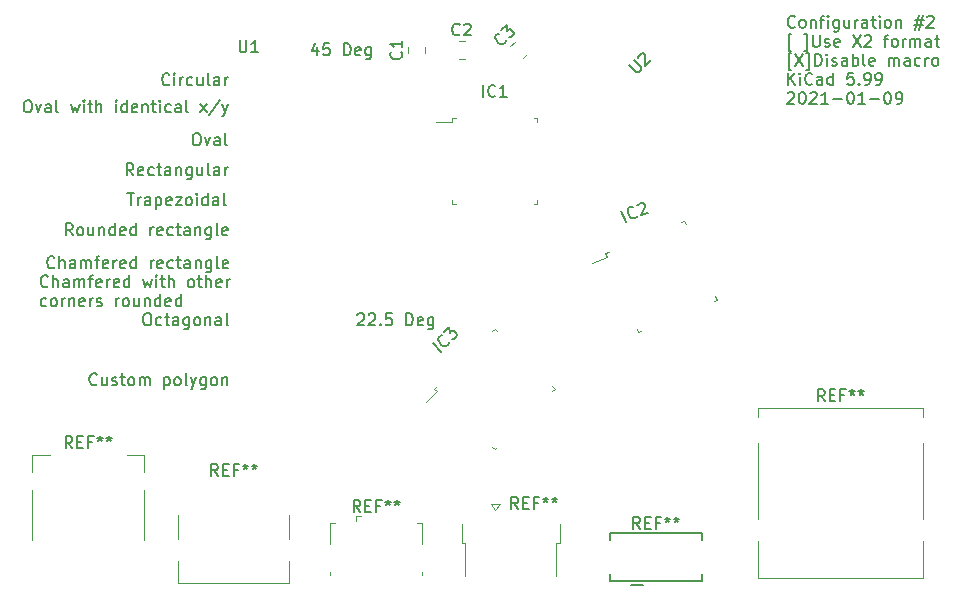
<source format=gbr>
G04 #@! TF.GenerationSoftware,KiCad,Pcbnew,5.99.0-unknown-9424d66d22~106~ubuntu18.04.1*
G04 #@! TF.CreationDate,2021-01-09T19:53:46+08:00*
G04 #@! TF.ProjectId,Flashpads,466c6173-6870-4616-9473-2e6b69636164,rev?*
G04 #@! TF.SameCoordinates,Original*
G04 #@! TF.FileFunction,Legend,Top*
G04 #@! TF.FilePolarity,Positive*
%FSLAX46Y46*%
G04 Gerber Fmt 4.6, Leading zero omitted, Abs format (unit mm)*
G04 Created by KiCad (PCBNEW 5.99.0-unknown-9424d66d22~106~ubuntu18.04.1) date 2021-01-09 19:53:46*
%MOMM*%
%LPD*%
G01*
G04 APERTURE LIST*
%ADD10C,0.150000*%
%ADD11C,0.120000*%
G04 APERTURE END LIST*
D10*
X86505023Y-21775142D02*
X86457404Y-21822761D01*
X86314547Y-21870380D01*
X86219309Y-21870380D01*
X86076452Y-21822761D01*
X85981214Y-21727523D01*
X85933595Y-21632285D01*
X85885976Y-21441809D01*
X85885976Y-21298952D01*
X85933595Y-21108476D01*
X85981214Y-21013238D01*
X86076452Y-20918000D01*
X86219309Y-20870380D01*
X86314547Y-20870380D01*
X86457404Y-20918000D01*
X86505023Y-20965619D01*
X87076452Y-21870380D02*
X86981214Y-21822761D01*
X86933595Y-21775142D01*
X86885976Y-21679904D01*
X86885976Y-21394190D01*
X86933595Y-21298952D01*
X86981214Y-21251333D01*
X87076452Y-21203714D01*
X87219309Y-21203714D01*
X87314547Y-21251333D01*
X87362166Y-21298952D01*
X87409785Y-21394190D01*
X87409785Y-21679904D01*
X87362166Y-21775142D01*
X87314547Y-21822761D01*
X87219309Y-21870380D01*
X87076452Y-21870380D01*
X87838357Y-21203714D02*
X87838357Y-21870380D01*
X87838357Y-21298952D02*
X87885976Y-21251333D01*
X87981214Y-21203714D01*
X88124071Y-21203714D01*
X88219309Y-21251333D01*
X88266928Y-21346571D01*
X88266928Y-21870380D01*
X88600261Y-21203714D02*
X88981214Y-21203714D01*
X88743119Y-21870380D02*
X88743119Y-21013238D01*
X88790738Y-20918000D01*
X88885976Y-20870380D01*
X88981214Y-20870380D01*
X89314547Y-21870380D02*
X89314547Y-21203714D01*
X89314547Y-20870380D02*
X89266928Y-20918000D01*
X89314547Y-20965619D01*
X89362166Y-20918000D01*
X89314547Y-20870380D01*
X89314547Y-20965619D01*
X90219309Y-21203714D02*
X90219309Y-22013238D01*
X90171690Y-22108476D01*
X90124071Y-22156095D01*
X90028833Y-22203714D01*
X89885976Y-22203714D01*
X89790738Y-22156095D01*
X90219309Y-21822761D02*
X90124071Y-21870380D01*
X89933595Y-21870380D01*
X89838357Y-21822761D01*
X89790738Y-21775142D01*
X89743119Y-21679904D01*
X89743119Y-21394190D01*
X89790738Y-21298952D01*
X89838357Y-21251333D01*
X89933595Y-21203714D01*
X90124071Y-21203714D01*
X90219309Y-21251333D01*
X91124071Y-21203714D02*
X91124071Y-21870380D01*
X90695500Y-21203714D02*
X90695500Y-21727523D01*
X90743119Y-21822761D01*
X90838357Y-21870380D01*
X90981214Y-21870380D01*
X91076452Y-21822761D01*
X91124071Y-21775142D01*
X91600261Y-21870380D02*
X91600261Y-21203714D01*
X91600261Y-21394190D02*
X91647880Y-21298952D01*
X91695500Y-21251333D01*
X91790738Y-21203714D01*
X91885976Y-21203714D01*
X92647880Y-21870380D02*
X92647880Y-21346571D01*
X92600261Y-21251333D01*
X92505023Y-21203714D01*
X92314547Y-21203714D01*
X92219309Y-21251333D01*
X92647880Y-21822761D02*
X92552642Y-21870380D01*
X92314547Y-21870380D01*
X92219309Y-21822761D01*
X92171690Y-21727523D01*
X92171690Y-21632285D01*
X92219309Y-21537047D01*
X92314547Y-21489428D01*
X92552642Y-21489428D01*
X92647880Y-21441809D01*
X92981214Y-21203714D02*
X93362166Y-21203714D01*
X93124071Y-20870380D02*
X93124071Y-21727523D01*
X93171690Y-21822761D01*
X93266928Y-21870380D01*
X93362166Y-21870380D01*
X93695500Y-21870380D02*
X93695500Y-21203714D01*
X93695500Y-20870380D02*
X93647880Y-20918000D01*
X93695500Y-20965619D01*
X93743119Y-20918000D01*
X93695500Y-20870380D01*
X93695500Y-20965619D01*
X94314547Y-21870380D02*
X94219309Y-21822761D01*
X94171690Y-21775142D01*
X94124071Y-21679904D01*
X94124071Y-21394190D01*
X94171690Y-21298952D01*
X94219309Y-21251333D01*
X94314547Y-21203714D01*
X94457404Y-21203714D01*
X94552642Y-21251333D01*
X94600261Y-21298952D01*
X94647880Y-21394190D01*
X94647880Y-21679904D01*
X94600261Y-21775142D01*
X94552642Y-21822761D01*
X94457404Y-21870380D01*
X94314547Y-21870380D01*
X95076452Y-21203714D02*
X95076452Y-21870380D01*
X95076452Y-21298952D02*
X95124071Y-21251333D01*
X95219309Y-21203714D01*
X95362166Y-21203714D01*
X95457404Y-21251333D01*
X95505023Y-21346571D01*
X95505023Y-21870380D01*
X96695500Y-21203714D02*
X97409785Y-21203714D01*
X96981214Y-20775142D02*
X96695500Y-22060857D01*
X97314547Y-21632285D02*
X96600261Y-21632285D01*
X97028833Y-22060857D02*
X97314547Y-20775142D01*
X97695500Y-20965619D02*
X97743119Y-20918000D01*
X97838357Y-20870380D01*
X98076452Y-20870380D01*
X98171690Y-20918000D01*
X98219309Y-20965619D01*
X98266928Y-21060857D01*
X98266928Y-21156095D01*
X98219309Y-21298952D01*
X97647880Y-21870380D01*
X98266928Y-21870380D01*
X86219309Y-23813714D02*
X85981214Y-23813714D01*
X85981214Y-22385142D01*
X86219309Y-22385142D01*
X87266928Y-23813714D02*
X87505023Y-23813714D01*
X87505023Y-22385142D01*
X87266928Y-22385142D01*
X88028833Y-22480380D02*
X88028833Y-23289904D01*
X88076452Y-23385142D01*
X88124071Y-23432761D01*
X88219309Y-23480380D01*
X88409785Y-23480380D01*
X88505023Y-23432761D01*
X88552642Y-23385142D01*
X88600261Y-23289904D01*
X88600261Y-22480380D01*
X89028833Y-23432761D02*
X89124071Y-23480380D01*
X89314547Y-23480380D01*
X89409785Y-23432761D01*
X89457404Y-23337523D01*
X89457404Y-23289904D01*
X89409785Y-23194666D01*
X89314547Y-23147047D01*
X89171690Y-23147047D01*
X89076452Y-23099428D01*
X89028833Y-23004190D01*
X89028833Y-22956571D01*
X89076452Y-22861333D01*
X89171690Y-22813714D01*
X89314547Y-22813714D01*
X89409785Y-22861333D01*
X90266928Y-23432761D02*
X90171690Y-23480380D01*
X89981214Y-23480380D01*
X89885976Y-23432761D01*
X89838357Y-23337523D01*
X89838357Y-22956571D01*
X89885976Y-22861333D01*
X89981214Y-22813714D01*
X90171690Y-22813714D01*
X90266928Y-22861333D01*
X90314547Y-22956571D01*
X90314547Y-23051809D01*
X89838357Y-23147047D01*
X91409785Y-22480380D02*
X92076452Y-23480380D01*
X92076452Y-22480380D02*
X91409785Y-23480380D01*
X92409785Y-22575619D02*
X92457404Y-22528000D01*
X92552642Y-22480380D01*
X92790738Y-22480380D01*
X92885976Y-22528000D01*
X92933595Y-22575619D01*
X92981214Y-22670857D01*
X92981214Y-22766095D01*
X92933595Y-22908952D01*
X92362166Y-23480380D01*
X92981214Y-23480380D01*
X94028833Y-22813714D02*
X94409785Y-22813714D01*
X94171690Y-23480380D02*
X94171690Y-22623238D01*
X94219309Y-22528000D01*
X94314547Y-22480380D01*
X94409785Y-22480380D01*
X94885976Y-23480380D02*
X94790738Y-23432761D01*
X94743119Y-23385142D01*
X94695500Y-23289904D01*
X94695500Y-23004190D01*
X94743119Y-22908952D01*
X94790738Y-22861333D01*
X94885976Y-22813714D01*
X95028833Y-22813714D01*
X95124071Y-22861333D01*
X95171690Y-22908952D01*
X95219309Y-23004190D01*
X95219309Y-23289904D01*
X95171690Y-23385142D01*
X95124071Y-23432761D01*
X95028833Y-23480380D01*
X94885976Y-23480380D01*
X95647880Y-23480380D02*
X95647880Y-22813714D01*
X95647880Y-23004190D02*
X95695500Y-22908952D01*
X95743119Y-22861333D01*
X95838357Y-22813714D01*
X95933595Y-22813714D01*
X96266928Y-23480380D02*
X96266928Y-22813714D01*
X96266928Y-22908952D02*
X96314547Y-22861333D01*
X96409785Y-22813714D01*
X96552642Y-22813714D01*
X96647880Y-22861333D01*
X96695500Y-22956571D01*
X96695500Y-23480380D01*
X96695500Y-22956571D02*
X96743119Y-22861333D01*
X96838357Y-22813714D01*
X96981214Y-22813714D01*
X97076452Y-22861333D01*
X97124071Y-22956571D01*
X97124071Y-23480380D01*
X98028833Y-23480380D02*
X98028833Y-22956571D01*
X97981214Y-22861333D01*
X97885976Y-22813714D01*
X97695500Y-22813714D01*
X97600261Y-22861333D01*
X98028833Y-23432761D02*
X97933595Y-23480380D01*
X97695500Y-23480380D01*
X97600261Y-23432761D01*
X97552642Y-23337523D01*
X97552642Y-23242285D01*
X97600261Y-23147047D01*
X97695500Y-23099428D01*
X97933595Y-23099428D01*
X98028833Y-23051809D01*
X98362166Y-22813714D02*
X98743119Y-22813714D01*
X98505023Y-22480380D02*
X98505023Y-23337523D01*
X98552642Y-23432761D01*
X98647880Y-23480380D01*
X98743119Y-23480380D01*
X86219309Y-25423714D02*
X85981214Y-25423714D01*
X85981214Y-23995142D01*
X86219309Y-23995142D01*
X86505023Y-24090380D02*
X87171690Y-25090380D01*
X87171690Y-24090380D02*
X86505023Y-25090380D01*
X87457404Y-25423714D02*
X87695500Y-25423714D01*
X87695500Y-23995142D01*
X87457404Y-23995142D01*
X88219309Y-25090380D02*
X88219309Y-24090380D01*
X88457404Y-24090380D01*
X88600261Y-24138000D01*
X88695500Y-24233238D01*
X88743119Y-24328476D01*
X88790738Y-24518952D01*
X88790738Y-24661809D01*
X88743119Y-24852285D01*
X88695500Y-24947523D01*
X88600261Y-25042761D01*
X88457404Y-25090380D01*
X88219309Y-25090380D01*
X89219309Y-25090380D02*
X89219309Y-24423714D01*
X89219309Y-24090380D02*
X89171690Y-24138000D01*
X89219309Y-24185619D01*
X89266928Y-24138000D01*
X89219309Y-24090380D01*
X89219309Y-24185619D01*
X89647880Y-25042761D02*
X89743119Y-25090380D01*
X89933595Y-25090380D01*
X90028833Y-25042761D01*
X90076452Y-24947523D01*
X90076452Y-24899904D01*
X90028833Y-24804666D01*
X89933595Y-24757047D01*
X89790738Y-24757047D01*
X89695500Y-24709428D01*
X89647880Y-24614190D01*
X89647880Y-24566571D01*
X89695500Y-24471333D01*
X89790738Y-24423714D01*
X89933595Y-24423714D01*
X90028833Y-24471333D01*
X90933595Y-25090380D02*
X90933595Y-24566571D01*
X90885976Y-24471333D01*
X90790738Y-24423714D01*
X90600261Y-24423714D01*
X90505023Y-24471333D01*
X90933595Y-25042761D02*
X90838357Y-25090380D01*
X90600261Y-25090380D01*
X90505023Y-25042761D01*
X90457404Y-24947523D01*
X90457404Y-24852285D01*
X90505023Y-24757047D01*
X90600261Y-24709428D01*
X90838357Y-24709428D01*
X90933595Y-24661809D01*
X91409785Y-25090380D02*
X91409785Y-24090380D01*
X91409785Y-24471333D02*
X91505023Y-24423714D01*
X91695500Y-24423714D01*
X91790738Y-24471333D01*
X91838357Y-24518952D01*
X91885976Y-24614190D01*
X91885976Y-24899904D01*
X91838357Y-24995142D01*
X91790738Y-25042761D01*
X91695500Y-25090380D01*
X91505023Y-25090380D01*
X91409785Y-25042761D01*
X92457404Y-25090380D02*
X92362166Y-25042761D01*
X92314547Y-24947523D01*
X92314547Y-24090380D01*
X93219309Y-25042761D02*
X93124071Y-25090380D01*
X92933595Y-25090380D01*
X92838357Y-25042761D01*
X92790738Y-24947523D01*
X92790738Y-24566571D01*
X92838357Y-24471333D01*
X92933595Y-24423714D01*
X93124071Y-24423714D01*
X93219309Y-24471333D01*
X93266928Y-24566571D01*
X93266928Y-24661809D01*
X92790738Y-24757047D01*
X94457404Y-25090380D02*
X94457404Y-24423714D01*
X94457404Y-24518952D02*
X94505023Y-24471333D01*
X94600261Y-24423714D01*
X94743119Y-24423714D01*
X94838357Y-24471333D01*
X94885976Y-24566571D01*
X94885976Y-25090380D01*
X94885976Y-24566571D02*
X94933595Y-24471333D01*
X95028833Y-24423714D01*
X95171690Y-24423714D01*
X95266928Y-24471333D01*
X95314547Y-24566571D01*
X95314547Y-25090380D01*
X96219309Y-25090380D02*
X96219309Y-24566571D01*
X96171690Y-24471333D01*
X96076452Y-24423714D01*
X95885976Y-24423714D01*
X95790738Y-24471333D01*
X96219309Y-25042761D02*
X96124071Y-25090380D01*
X95885976Y-25090380D01*
X95790738Y-25042761D01*
X95743119Y-24947523D01*
X95743119Y-24852285D01*
X95790738Y-24757047D01*
X95885976Y-24709428D01*
X96124071Y-24709428D01*
X96219309Y-24661809D01*
X97124071Y-25042761D02*
X97028833Y-25090380D01*
X96838357Y-25090380D01*
X96743119Y-25042761D01*
X96695500Y-24995142D01*
X96647880Y-24899904D01*
X96647880Y-24614190D01*
X96695500Y-24518952D01*
X96743119Y-24471333D01*
X96838357Y-24423714D01*
X97028833Y-24423714D01*
X97124071Y-24471333D01*
X97552642Y-25090380D02*
X97552642Y-24423714D01*
X97552642Y-24614190D02*
X97600261Y-24518952D01*
X97647880Y-24471333D01*
X97743119Y-24423714D01*
X97838357Y-24423714D01*
X98314547Y-25090380D02*
X98219309Y-25042761D01*
X98171690Y-24995142D01*
X98124071Y-24899904D01*
X98124071Y-24614190D01*
X98171690Y-24518952D01*
X98219309Y-24471333D01*
X98314547Y-24423714D01*
X98457404Y-24423714D01*
X98552642Y-24471333D01*
X98600261Y-24518952D01*
X98647880Y-24614190D01*
X98647880Y-24899904D01*
X98600261Y-24995142D01*
X98552642Y-25042761D01*
X98457404Y-25090380D01*
X98314547Y-25090380D01*
X85933595Y-26700380D02*
X85933595Y-25700380D01*
X86505023Y-26700380D02*
X86076452Y-26128952D01*
X86505023Y-25700380D02*
X85933595Y-26271809D01*
X86933595Y-26700380D02*
X86933595Y-26033714D01*
X86933595Y-25700380D02*
X86885976Y-25748000D01*
X86933595Y-25795619D01*
X86981214Y-25748000D01*
X86933595Y-25700380D01*
X86933595Y-25795619D01*
X87981214Y-26605142D02*
X87933595Y-26652761D01*
X87790738Y-26700380D01*
X87695500Y-26700380D01*
X87552642Y-26652761D01*
X87457404Y-26557523D01*
X87409785Y-26462285D01*
X87362166Y-26271809D01*
X87362166Y-26128952D01*
X87409785Y-25938476D01*
X87457404Y-25843238D01*
X87552642Y-25748000D01*
X87695500Y-25700380D01*
X87790738Y-25700380D01*
X87933595Y-25748000D01*
X87981214Y-25795619D01*
X88838357Y-26700380D02*
X88838357Y-26176571D01*
X88790738Y-26081333D01*
X88695500Y-26033714D01*
X88505023Y-26033714D01*
X88409785Y-26081333D01*
X88838357Y-26652761D02*
X88743119Y-26700380D01*
X88505023Y-26700380D01*
X88409785Y-26652761D01*
X88362166Y-26557523D01*
X88362166Y-26462285D01*
X88409785Y-26367047D01*
X88505023Y-26319428D01*
X88743119Y-26319428D01*
X88838357Y-26271809D01*
X89743119Y-26700380D02*
X89743119Y-25700380D01*
X89743119Y-26652761D02*
X89647880Y-26700380D01*
X89457404Y-26700380D01*
X89362166Y-26652761D01*
X89314547Y-26605142D01*
X89266928Y-26509904D01*
X89266928Y-26224190D01*
X89314547Y-26128952D01*
X89362166Y-26081333D01*
X89457404Y-26033714D01*
X89647880Y-26033714D01*
X89743119Y-26081333D01*
X91457404Y-25700380D02*
X90981214Y-25700380D01*
X90933595Y-26176571D01*
X90981214Y-26128952D01*
X91076452Y-26081333D01*
X91314547Y-26081333D01*
X91409785Y-26128952D01*
X91457404Y-26176571D01*
X91505023Y-26271809D01*
X91505023Y-26509904D01*
X91457404Y-26605142D01*
X91409785Y-26652761D01*
X91314547Y-26700380D01*
X91076452Y-26700380D01*
X90981214Y-26652761D01*
X90933595Y-26605142D01*
X91933595Y-26605142D02*
X91981214Y-26652761D01*
X91933595Y-26700380D01*
X91885976Y-26652761D01*
X91933595Y-26605142D01*
X91933595Y-26700380D01*
X92457404Y-26700380D02*
X92647880Y-26700380D01*
X92743119Y-26652761D01*
X92790738Y-26605142D01*
X92885976Y-26462285D01*
X92933595Y-26271809D01*
X92933595Y-25890857D01*
X92885976Y-25795619D01*
X92838357Y-25748000D01*
X92743119Y-25700380D01*
X92552642Y-25700380D01*
X92457404Y-25748000D01*
X92409785Y-25795619D01*
X92362166Y-25890857D01*
X92362166Y-26128952D01*
X92409785Y-26224190D01*
X92457404Y-26271809D01*
X92552642Y-26319428D01*
X92743119Y-26319428D01*
X92838357Y-26271809D01*
X92885976Y-26224190D01*
X92933595Y-26128952D01*
X93409785Y-26700380D02*
X93600261Y-26700380D01*
X93695500Y-26652761D01*
X93743119Y-26605142D01*
X93838357Y-26462285D01*
X93885976Y-26271809D01*
X93885976Y-25890857D01*
X93838357Y-25795619D01*
X93790738Y-25748000D01*
X93695500Y-25700380D01*
X93505023Y-25700380D01*
X93409785Y-25748000D01*
X93362166Y-25795619D01*
X93314547Y-25890857D01*
X93314547Y-26128952D01*
X93362166Y-26224190D01*
X93409785Y-26271809D01*
X93505023Y-26319428D01*
X93695500Y-26319428D01*
X93790738Y-26271809D01*
X93838357Y-26224190D01*
X93885976Y-26128952D01*
X85885976Y-27405619D02*
X85933595Y-27358000D01*
X86028833Y-27310380D01*
X86266928Y-27310380D01*
X86362166Y-27358000D01*
X86409785Y-27405619D01*
X86457404Y-27500857D01*
X86457404Y-27596095D01*
X86409785Y-27738952D01*
X85838357Y-28310380D01*
X86457404Y-28310380D01*
X87076452Y-27310380D02*
X87171690Y-27310380D01*
X87266928Y-27358000D01*
X87314547Y-27405619D01*
X87362166Y-27500857D01*
X87409785Y-27691333D01*
X87409785Y-27929428D01*
X87362166Y-28119904D01*
X87314547Y-28215142D01*
X87266928Y-28262761D01*
X87171690Y-28310380D01*
X87076452Y-28310380D01*
X86981214Y-28262761D01*
X86933595Y-28215142D01*
X86885976Y-28119904D01*
X86838357Y-27929428D01*
X86838357Y-27691333D01*
X86885976Y-27500857D01*
X86933595Y-27405619D01*
X86981214Y-27358000D01*
X87076452Y-27310380D01*
X87790738Y-27405619D02*
X87838357Y-27358000D01*
X87933595Y-27310380D01*
X88171690Y-27310380D01*
X88266928Y-27358000D01*
X88314547Y-27405619D01*
X88362166Y-27500857D01*
X88362166Y-27596095D01*
X88314547Y-27738952D01*
X87743119Y-28310380D01*
X88362166Y-28310380D01*
X89314547Y-28310380D02*
X88743119Y-28310380D01*
X89028833Y-28310380D02*
X89028833Y-27310380D01*
X88933595Y-27453238D01*
X88838357Y-27548476D01*
X88743119Y-27596095D01*
X89743119Y-27929428D02*
X90505023Y-27929428D01*
X91171690Y-27310380D02*
X91266928Y-27310380D01*
X91362166Y-27358000D01*
X91409785Y-27405619D01*
X91457404Y-27500857D01*
X91505023Y-27691333D01*
X91505023Y-27929428D01*
X91457404Y-28119904D01*
X91409785Y-28215142D01*
X91362166Y-28262761D01*
X91266928Y-28310380D01*
X91171690Y-28310380D01*
X91076452Y-28262761D01*
X91028833Y-28215142D01*
X90981214Y-28119904D01*
X90933595Y-27929428D01*
X90933595Y-27691333D01*
X90981214Y-27500857D01*
X91028833Y-27405619D01*
X91076452Y-27358000D01*
X91171690Y-27310380D01*
X92457404Y-28310380D02*
X91885976Y-28310380D01*
X92171690Y-28310380D02*
X92171690Y-27310380D01*
X92076452Y-27453238D01*
X91981214Y-27548476D01*
X91885976Y-27596095D01*
X92885976Y-27929428D02*
X93647880Y-27929428D01*
X94314547Y-27310380D02*
X94409785Y-27310380D01*
X94505023Y-27358000D01*
X94552642Y-27405619D01*
X94600261Y-27500857D01*
X94647880Y-27691333D01*
X94647880Y-27929428D01*
X94600261Y-28119904D01*
X94552642Y-28215142D01*
X94505023Y-28262761D01*
X94409785Y-28310380D01*
X94314547Y-28310380D01*
X94219309Y-28262761D01*
X94171690Y-28215142D01*
X94124071Y-28119904D01*
X94076452Y-27929428D01*
X94076452Y-27691333D01*
X94124071Y-27500857D01*
X94171690Y-27405619D01*
X94219309Y-27358000D01*
X94314547Y-27310380D01*
X95124071Y-28310380D02*
X95314547Y-28310380D01*
X95409785Y-28262761D01*
X95457404Y-28215142D01*
X95552642Y-28072285D01*
X95600261Y-27881809D01*
X95600261Y-27500857D01*
X95552642Y-27405619D01*
X95505023Y-27358000D01*
X95409785Y-27310380D01*
X95219309Y-27310380D01*
X95124071Y-27358000D01*
X95076452Y-27405619D01*
X95028833Y-27500857D01*
X95028833Y-27738952D01*
X95076452Y-27834190D01*
X95124071Y-27881809D01*
X95219309Y-27929428D01*
X95409785Y-27929428D01*
X95505023Y-27881809D01*
X95552642Y-27834190D01*
X95600261Y-27738952D01*
X27400904Y-52046142D02*
X27353285Y-52093761D01*
X27210428Y-52141380D01*
X27115190Y-52141380D01*
X26972333Y-52093761D01*
X26877095Y-51998523D01*
X26829476Y-51903285D01*
X26781857Y-51712809D01*
X26781857Y-51569952D01*
X26829476Y-51379476D01*
X26877095Y-51284238D01*
X26972333Y-51189000D01*
X27115190Y-51141380D01*
X27210428Y-51141380D01*
X27353285Y-51189000D01*
X27400904Y-51236619D01*
X28258047Y-51474714D02*
X28258047Y-52141380D01*
X27829476Y-51474714D02*
X27829476Y-51998523D01*
X27877095Y-52093761D01*
X27972333Y-52141380D01*
X28115190Y-52141380D01*
X28210428Y-52093761D01*
X28258047Y-52046142D01*
X28686619Y-52093761D02*
X28781857Y-52141380D01*
X28972333Y-52141380D01*
X29067571Y-52093761D01*
X29115190Y-51998523D01*
X29115190Y-51950904D01*
X29067571Y-51855666D01*
X28972333Y-51808047D01*
X28829476Y-51808047D01*
X28734238Y-51760428D01*
X28686619Y-51665190D01*
X28686619Y-51617571D01*
X28734238Y-51522333D01*
X28829476Y-51474714D01*
X28972333Y-51474714D01*
X29067571Y-51522333D01*
X29400904Y-51474714D02*
X29781857Y-51474714D01*
X29543761Y-51141380D02*
X29543761Y-51998523D01*
X29591380Y-52093761D01*
X29686619Y-52141380D01*
X29781857Y-52141380D01*
X30258047Y-52141380D02*
X30162809Y-52093761D01*
X30115190Y-52046142D01*
X30067571Y-51950904D01*
X30067571Y-51665190D01*
X30115190Y-51569952D01*
X30162809Y-51522333D01*
X30258047Y-51474714D01*
X30400904Y-51474714D01*
X30496142Y-51522333D01*
X30543761Y-51569952D01*
X30591380Y-51665190D01*
X30591380Y-51950904D01*
X30543761Y-52046142D01*
X30496142Y-52093761D01*
X30400904Y-52141380D01*
X30258047Y-52141380D01*
X31019952Y-52141380D02*
X31019952Y-51474714D01*
X31019952Y-51569952D02*
X31067571Y-51522333D01*
X31162809Y-51474714D01*
X31305666Y-51474714D01*
X31400904Y-51522333D01*
X31448523Y-51617571D01*
X31448523Y-52141380D01*
X31448523Y-51617571D02*
X31496142Y-51522333D01*
X31591380Y-51474714D01*
X31734238Y-51474714D01*
X31829476Y-51522333D01*
X31877095Y-51617571D01*
X31877095Y-52141380D01*
X33115190Y-51474714D02*
X33115190Y-52474714D01*
X33115190Y-51522333D02*
X33210428Y-51474714D01*
X33400904Y-51474714D01*
X33496142Y-51522333D01*
X33543761Y-51569952D01*
X33591380Y-51665190D01*
X33591380Y-51950904D01*
X33543761Y-52046142D01*
X33496142Y-52093761D01*
X33400904Y-52141380D01*
X33210428Y-52141380D01*
X33115190Y-52093761D01*
X34162809Y-52141380D02*
X34067571Y-52093761D01*
X34019952Y-52046142D01*
X33972333Y-51950904D01*
X33972333Y-51665190D01*
X34019952Y-51569952D01*
X34067571Y-51522333D01*
X34162809Y-51474714D01*
X34305666Y-51474714D01*
X34400904Y-51522333D01*
X34448523Y-51569952D01*
X34496142Y-51665190D01*
X34496142Y-51950904D01*
X34448523Y-52046142D01*
X34400904Y-52093761D01*
X34305666Y-52141380D01*
X34162809Y-52141380D01*
X35067571Y-52141380D02*
X34972333Y-52093761D01*
X34924714Y-51998523D01*
X34924714Y-51141380D01*
X35353285Y-51474714D02*
X35591380Y-52141380D01*
X35829476Y-51474714D02*
X35591380Y-52141380D01*
X35496142Y-52379476D01*
X35448523Y-52427095D01*
X35353285Y-52474714D01*
X36639000Y-51474714D02*
X36639000Y-52284238D01*
X36591380Y-52379476D01*
X36543761Y-52427095D01*
X36448523Y-52474714D01*
X36305666Y-52474714D01*
X36210428Y-52427095D01*
X36639000Y-52093761D02*
X36543761Y-52141380D01*
X36353285Y-52141380D01*
X36258047Y-52093761D01*
X36210428Y-52046142D01*
X36162809Y-51950904D01*
X36162809Y-51665190D01*
X36210428Y-51569952D01*
X36258047Y-51522333D01*
X36353285Y-51474714D01*
X36543761Y-51474714D01*
X36639000Y-51522333D01*
X37258047Y-52141380D02*
X37162809Y-52093761D01*
X37115190Y-52046142D01*
X37067571Y-51950904D01*
X37067571Y-51665190D01*
X37115190Y-51569952D01*
X37162809Y-51522333D01*
X37258047Y-51474714D01*
X37400904Y-51474714D01*
X37496142Y-51522333D01*
X37543761Y-51569952D01*
X37591380Y-51665190D01*
X37591380Y-51950904D01*
X37543761Y-52046142D01*
X37496142Y-52093761D01*
X37400904Y-52141380D01*
X37258047Y-52141380D01*
X38019952Y-51474714D02*
X38019952Y-52141380D01*
X38019952Y-51569952D02*
X38067571Y-51522333D01*
X38162809Y-51474714D01*
X38305666Y-51474714D01*
X38400904Y-51522333D01*
X38448523Y-51617571D01*
X38448523Y-52141380D01*
X31591666Y-46061380D02*
X31782142Y-46061380D01*
X31877380Y-46109000D01*
X31972619Y-46204238D01*
X32020238Y-46394714D01*
X32020238Y-46728047D01*
X31972619Y-46918523D01*
X31877380Y-47013761D01*
X31782142Y-47061380D01*
X31591666Y-47061380D01*
X31496428Y-47013761D01*
X31401190Y-46918523D01*
X31353571Y-46728047D01*
X31353571Y-46394714D01*
X31401190Y-46204238D01*
X31496428Y-46109000D01*
X31591666Y-46061380D01*
X32877380Y-47013761D02*
X32782142Y-47061380D01*
X32591666Y-47061380D01*
X32496428Y-47013761D01*
X32448809Y-46966142D01*
X32401190Y-46870904D01*
X32401190Y-46585190D01*
X32448809Y-46489952D01*
X32496428Y-46442333D01*
X32591666Y-46394714D01*
X32782142Y-46394714D01*
X32877380Y-46442333D01*
X33163095Y-46394714D02*
X33544047Y-46394714D01*
X33305952Y-46061380D02*
X33305952Y-46918523D01*
X33353571Y-47013761D01*
X33448809Y-47061380D01*
X33544047Y-47061380D01*
X34305952Y-47061380D02*
X34305952Y-46537571D01*
X34258333Y-46442333D01*
X34163095Y-46394714D01*
X33972619Y-46394714D01*
X33877380Y-46442333D01*
X34305952Y-47013761D02*
X34210714Y-47061380D01*
X33972619Y-47061380D01*
X33877380Y-47013761D01*
X33829761Y-46918523D01*
X33829761Y-46823285D01*
X33877380Y-46728047D01*
X33972619Y-46680428D01*
X34210714Y-46680428D01*
X34305952Y-46632809D01*
X35210714Y-46394714D02*
X35210714Y-47204238D01*
X35163095Y-47299476D01*
X35115476Y-47347095D01*
X35020238Y-47394714D01*
X34877380Y-47394714D01*
X34782142Y-47347095D01*
X35210714Y-47013761D02*
X35115476Y-47061380D01*
X34925000Y-47061380D01*
X34829761Y-47013761D01*
X34782142Y-46966142D01*
X34734523Y-46870904D01*
X34734523Y-46585190D01*
X34782142Y-46489952D01*
X34829761Y-46442333D01*
X34925000Y-46394714D01*
X35115476Y-46394714D01*
X35210714Y-46442333D01*
X35829761Y-47061380D02*
X35734523Y-47013761D01*
X35686904Y-46966142D01*
X35639285Y-46870904D01*
X35639285Y-46585190D01*
X35686904Y-46489952D01*
X35734523Y-46442333D01*
X35829761Y-46394714D01*
X35972619Y-46394714D01*
X36067857Y-46442333D01*
X36115476Y-46489952D01*
X36163095Y-46585190D01*
X36163095Y-46870904D01*
X36115476Y-46966142D01*
X36067857Y-47013761D01*
X35972619Y-47061380D01*
X35829761Y-47061380D01*
X36591666Y-46394714D02*
X36591666Y-47061380D01*
X36591666Y-46489952D02*
X36639285Y-46442333D01*
X36734523Y-46394714D01*
X36877380Y-46394714D01*
X36972619Y-46442333D01*
X37020238Y-46537571D01*
X37020238Y-47061380D01*
X37925000Y-47061380D02*
X37925000Y-46537571D01*
X37877380Y-46442333D01*
X37782142Y-46394714D01*
X37591666Y-46394714D01*
X37496428Y-46442333D01*
X37925000Y-47013761D02*
X37829761Y-47061380D01*
X37591666Y-47061380D01*
X37496428Y-47013761D01*
X37448809Y-46918523D01*
X37448809Y-46823285D01*
X37496428Y-46728047D01*
X37591666Y-46680428D01*
X37829761Y-46680428D01*
X37925000Y-46632809D01*
X38544047Y-47061380D02*
X38448809Y-47013761D01*
X38401190Y-46918523D01*
X38401190Y-46061380D01*
X23259023Y-43748142D02*
X23211404Y-43795761D01*
X23068547Y-43843380D01*
X22973309Y-43843380D01*
X22830452Y-43795761D01*
X22735214Y-43700523D01*
X22687595Y-43605285D01*
X22639976Y-43414809D01*
X22639976Y-43271952D01*
X22687595Y-43081476D01*
X22735214Y-42986238D01*
X22830452Y-42891000D01*
X22973309Y-42843380D01*
X23068547Y-42843380D01*
X23211404Y-42891000D01*
X23259023Y-42938619D01*
X23687595Y-43843380D02*
X23687595Y-42843380D01*
X24116166Y-43843380D02*
X24116166Y-43319571D01*
X24068547Y-43224333D01*
X23973309Y-43176714D01*
X23830452Y-43176714D01*
X23735214Y-43224333D01*
X23687595Y-43271952D01*
X25020928Y-43843380D02*
X25020928Y-43319571D01*
X24973309Y-43224333D01*
X24878071Y-43176714D01*
X24687595Y-43176714D01*
X24592357Y-43224333D01*
X25020928Y-43795761D02*
X24925690Y-43843380D01*
X24687595Y-43843380D01*
X24592357Y-43795761D01*
X24544738Y-43700523D01*
X24544738Y-43605285D01*
X24592357Y-43510047D01*
X24687595Y-43462428D01*
X24925690Y-43462428D01*
X25020928Y-43414809D01*
X25497119Y-43843380D02*
X25497119Y-43176714D01*
X25497119Y-43271952D02*
X25544738Y-43224333D01*
X25639976Y-43176714D01*
X25782833Y-43176714D01*
X25878071Y-43224333D01*
X25925690Y-43319571D01*
X25925690Y-43843380D01*
X25925690Y-43319571D02*
X25973309Y-43224333D01*
X26068547Y-43176714D01*
X26211404Y-43176714D01*
X26306642Y-43224333D01*
X26354261Y-43319571D01*
X26354261Y-43843380D01*
X26687595Y-43176714D02*
X27068547Y-43176714D01*
X26830452Y-43843380D02*
X26830452Y-42986238D01*
X26878071Y-42891000D01*
X26973309Y-42843380D01*
X27068547Y-42843380D01*
X27782833Y-43795761D02*
X27687595Y-43843380D01*
X27497119Y-43843380D01*
X27401880Y-43795761D01*
X27354261Y-43700523D01*
X27354261Y-43319571D01*
X27401880Y-43224333D01*
X27497119Y-43176714D01*
X27687595Y-43176714D01*
X27782833Y-43224333D01*
X27830452Y-43319571D01*
X27830452Y-43414809D01*
X27354261Y-43510047D01*
X28259023Y-43843380D02*
X28259023Y-43176714D01*
X28259023Y-43367190D02*
X28306642Y-43271952D01*
X28354261Y-43224333D01*
X28449500Y-43176714D01*
X28544738Y-43176714D01*
X29259023Y-43795761D02*
X29163785Y-43843380D01*
X28973309Y-43843380D01*
X28878071Y-43795761D01*
X28830452Y-43700523D01*
X28830452Y-43319571D01*
X28878071Y-43224333D01*
X28973309Y-43176714D01*
X29163785Y-43176714D01*
X29259023Y-43224333D01*
X29306642Y-43319571D01*
X29306642Y-43414809D01*
X28830452Y-43510047D01*
X30163785Y-43843380D02*
X30163785Y-42843380D01*
X30163785Y-43795761D02*
X30068547Y-43843380D01*
X29878071Y-43843380D01*
X29782833Y-43795761D01*
X29735214Y-43748142D01*
X29687595Y-43652904D01*
X29687595Y-43367190D01*
X29735214Y-43271952D01*
X29782833Y-43224333D01*
X29878071Y-43176714D01*
X30068547Y-43176714D01*
X30163785Y-43224333D01*
X31306642Y-43176714D02*
X31497119Y-43843380D01*
X31687595Y-43367190D01*
X31878071Y-43843380D01*
X32068547Y-43176714D01*
X32449500Y-43843380D02*
X32449500Y-43176714D01*
X32449500Y-42843380D02*
X32401880Y-42891000D01*
X32449500Y-42938619D01*
X32497119Y-42891000D01*
X32449500Y-42843380D01*
X32449500Y-42938619D01*
X32782833Y-43176714D02*
X33163785Y-43176714D01*
X32925690Y-42843380D02*
X32925690Y-43700523D01*
X32973309Y-43795761D01*
X33068547Y-43843380D01*
X33163785Y-43843380D01*
X33497119Y-43843380D02*
X33497119Y-42843380D01*
X33925690Y-43843380D02*
X33925690Y-43319571D01*
X33878071Y-43224333D01*
X33782833Y-43176714D01*
X33639976Y-43176714D01*
X33544738Y-43224333D01*
X33497119Y-43271952D01*
X35306642Y-43843380D02*
X35211404Y-43795761D01*
X35163785Y-43748142D01*
X35116166Y-43652904D01*
X35116166Y-43367190D01*
X35163785Y-43271952D01*
X35211404Y-43224333D01*
X35306642Y-43176714D01*
X35449500Y-43176714D01*
X35544738Y-43224333D01*
X35592357Y-43271952D01*
X35639976Y-43367190D01*
X35639976Y-43652904D01*
X35592357Y-43748142D01*
X35544738Y-43795761D01*
X35449500Y-43843380D01*
X35306642Y-43843380D01*
X35925690Y-43176714D02*
X36306642Y-43176714D01*
X36068547Y-42843380D02*
X36068547Y-43700523D01*
X36116166Y-43795761D01*
X36211404Y-43843380D01*
X36306642Y-43843380D01*
X36639976Y-43843380D02*
X36639976Y-42843380D01*
X37068547Y-43843380D02*
X37068547Y-43319571D01*
X37020928Y-43224333D01*
X36925690Y-43176714D01*
X36782833Y-43176714D01*
X36687595Y-43224333D01*
X36639976Y-43271952D01*
X37925690Y-43795761D02*
X37830452Y-43843380D01*
X37639976Y-43843380D01*
X37544738Y-43795761D01*
X37497119Y-43700523D01*
X37497119Y-43319571D01*
X37544738Y-43224333D01*
X37639976Y-43176714D01*
X37830452Y-43176714D01*
X37925690Y-43224333D01*
X37973309Y-43319571D01*
X37973309Y-43414809D01*
X37497119Y-43510047D01*
X38401880Y-43843380D02*
X38401880Y-43176714D01*
X38401880Y-43367190D02*
X38449500Y-43271952D01*
X38497119Y-43224333D01*
X38592357Y-43176714D01*
X38687595Y-43176714D01*
X23116166Y-45405761D02*
X23020928Y-45453380D01*
X22830452Y-45453380D01*
X22735214Y-45405761D01*
X22687595Y-45358142D01*
X22639976Y-45262904D01*
X22639976Y-44977190D01*
X22687595Y-44881952D01*
X22735214Y-44834333D01*
X22830452Y-44786714D01*
X23020928Y-44786714D01*
X23116166Y-44834333D01*
X23687595Y-45453380D02*
X23592357Y-45405761D01*
X23544738Y-45358142D01*
X23497119Y-45262904D01*
X23497119Y-44977190D01*
X23544738Y-44881952D01*
X23592357Y-44834333D01*
X23687595Y-44786714D01*
X23830452Y-44786714D01*
X23925690Y-44834333D01*
X23973309Y-44881952D01*
X24020928Y-44977190D01*
X24020928Y-45262904D01*
X23973309Y-45358142D01*
X23925690Y-45405761D01*
X23830452Y-45453380D01*
X23687595Y-45453380D01*
X24449500Y-45453380D02*
X24449500Y-44786714D01*
X24449500Y-44977190D02*
X24497119Y-44881952D01*
X24544738Y-44834333D01*
X24639976Y-44786714D01*
X24735214Y-44786714D01*
X25068547Y-44786714D02*
X25068547Y-45453380D01*
X25068547Y-44881952D02*
X25116166Y-44834333D01*
X25211404Y-44786714D01*
X25354261Y-44786714D01*
X25449500Y-44834333D01*
X25497119Y-44929571D01*
X25497119Y-45453380D01*
X26354261Y-45405761D02*
X26259023Y-45453380D01*
X26068547Y-45453380D01*
X25973309Y-45405761D01*
X25925690Y-45310523D01*
X25925690Y-44929571D01*
X25973309Y-44834333D01*
X26068547Y-44786714D01*
X26259023Y-44786714D01*
X26354261Y-44834333D01*
X26401880Y-44929571D01*
X26401880Y-45024809D01*
X25925690Y-45120047D01*
X26830452Y-45453380D02*
X26830452Y-44786714D01*
X26830452Y-44977190D02*
X26878071Y-44881952D01*
X26925690Y-44834333D01*
X27020928Y-44786714D01*
X27116166Y-44786714D01*
X27401880Y-45405761D02*
X27497119Y-45453380D01*
X27687595Y-45453380D01*
X27782833Y-45405761D01*
X27830452Y-45310523D01*
X27830452Y-45262904D01*
X27782833Y-45167666D01*
X27687595Y-45120047D01*
X27544738Y-45120047D01*
X27449500Y-45072428D01*
X27401880Y-44977190D01*
X27401880Y-44929571D01*
X27449500Y-44834333D01*
X27544738Y-44786714D01*
X27687595Y-44786714D01*
X27782833Y-44834333D01*
X29020928Y-45453380D02*
X29020928Y-44786714D01*
X29020928Y-44977190D02*
X29068547Y-44881952D01*
X29116166Y-44834333D01*
X29211404Y-44786714D01*
X29306642Y-44786714D01*
X29782833Y-45453380D02*
X29687595Y-45405761D01*
X29639976Y-45358142D01*
X29592357Y-45262904D01*
X29592357Y-44977190D01*
X29639976Y-44881952D01*
X29687595Y-44834333D01*
X29782833Y-44786714D01*
X29925690Y-44786714D01*
X30020928Y-44834333D01*
X30068547Y-44881952D01*
X30116166Y-44977190D01*
X30116166Y-45262904D01*
X30068547Y-45358142D01*
X30020928Y-45405761D01*
X29925690Y-45453380D01*
X29782833Y-45453380D01*
X30973309Y-44786714D02*
X30973309Y-45453380D01*
X30544738Y-44786714D02*
X30544738Y-45310523D01*
X30592357Y-45405761D01*
X30687595Y-45453380D01*
X30830452Y-45453380D01*
X30925690Y-45405761D01*
X30973309Y-45358142D01*
X31449500Y-44786714D02*
X31449500Y-45453380D01*
X31449500Y-44881952D02*
X31497119Y-44834333D01*
X31592357Y-44786714D01*
X31735214Y-44786714D01*
X31830452Y-44834333D01*
X31878071Y-44929571D01*
X31878071Y-45453380D01*
X32782833Y-45453380D02*
X32782833Y-44453380D01*
X32782833Y-45405761D02*
X32687595Y-45453380D01*
X32497119Y-45453380D01*
X32401880Y-45405761D01*
X32354261Y-45358142D01*
X32306642Y-45262904D01*
X32306642Y-44977190D01*
X32354261Y-44881952D01*
X32401880Y-44834333D01*
X32497119Y-44786714D01*
X32687595Y-44786714D01*
X32782833Y-44834333D01*
X33639976Y-45405761D02*
X33544738Y-45453380D01*
X33354261Y-45453380D01*
X33259023Y-45405761D01*
X33211404Y-45310523D01*
X33211404Y-44929571D01*
X33259023Y-44834333D01*
X33354261Y-44786714D01*
X33544738Y-44786714D01*
X33639976Y-44834333D01*
X33687595Y-44929571D01*
X33687595Y-45024809D01*
X33211404Y-45120047D01*
X34544738Y-45453380D02*
X34544738Y-44453380D01*
X34544738Y-45405761D02*
X34449500Y-45453380D01*
X34259023Y-45453380D01*
X34163785Y-45405761D01*
X34116166Y-45358142D01*
X34068547Y-45262904D01*
X34068547Y-44977190D01*
X34116166Y-44881952D01*
X34163785Y-44834333D01*
X34259023Y-44786714D01*
X34449500Y-44786714D01*
X34544738Y-44834333D01*
X46085380Y-23534714D02*
X46085380Y-24201380D01*
X45847285Y-23153761D02*
X45609190Y-23868047D01*
X46228238Y-23868047D01*
X47085380Y-23201380D02*
X46609190Y-23201380D01*
X46561571Y-23677571D01*
X46609190Y-23629952D01*
X46704428Y-23582333D01*
X46942523Y-23582333D01*
X47037761Y-23629952D01*
X47085380Y-23677571D01*
X47133000Y-23772809D01*
X47133000Y-24010904D01*
X47085380Y-24106142D01*
X47037761Y-24153761D01*
X46942523Y-24201380D01*
X46704428Y-24201380D01*
X46609190Y-24153761D01*
X46561571Y-24106142D01*
X48323476Y-24201380D02*
X48323476Y-23201380D01*
X48561571Y-23201380D01*
X48704428Y-23249000D01*
X48799666Y-23344238D01*
X48847285Y-23439476D01*
X48894904Y-23629952D01*
X48894904Y-23772809D01*
X48847285Y-23963285D01*
X48799666Y-24058523D01*
X48704428Y-24153761D01*
X48561571Y-24201380D01*
X48323476Y-24201380D01*
X49704428Y-24153761D02*
X49609190Y-24201380D01*
X49418714Y-24201380D01*
X49323476Y-24153761D01*
X49275857Y-24058523D01*
X49275857Y-23677571D01*
X49323476Y-23582333D01*
X49418714Y-23534714D01*
X49609190Y-23534714D01*
X49704428Y-23582333D01*
X49752047Y-23677571D01*
X49752047Y-23772809D01*
X49275857Y-23868047D01*
X50609190Y-23534714D02*
X50609190Y-24344238D01*
X50561571Y-24439476D01*
X50513952Y-24487095D01*
X50418714Y-24534714D01*
X50275857Y-24534714D01*
X50180619Y-24487095D01*
X50609190Y-24153761D02*
X50513952Y-24201380D01*
X50323476Y-24201380D01*
X50228238Y-24153761D01*
X50180619Y-24106142D01*
X50133000Y-24010904D01*
X50133000Y-23725190D01*
X50180619Y-23629952D01*
X50228238Y-23582333D01*
X50323476Y-23534714D01*
X50513952Y-23534714D01*
X50609190Y-23582333D01*
X49466904Y-46156619D02*
X49514523Y-46109000D01*
X49609761Y-46061380D01*
X49847857Y-46061380D01*
X49943095Y-46109000D01*
X49990714Y-46156619D01*
X50038333Y-46251857D01*
X50038333Y-46347095D01*
X49990714Y-46489952D01*
X49419285Y-47061380D01*
X50038333Y-47061380D01*
X50419285Y-46156619D02*
X50466904Y-46109000D01*
X50562142Y-46061380D01*
X50800238Y-46061380D01*
X50895476Y-46109000D01*
X50943095Y-46156619D01*
X50990714Y-46251857D01*
X50990714Y-46347095D01*
X50943095Y-46489952D01*
X50371666Y-47061380D01*
X50990714Y-47061380D01*
X51419285Y-46966142D02*
X51466904Y-47013761D01*
X51419285Y-47061380D01*
X51371666Y-47013761D01*
X51419285Y-46966142D01*
X51419285Y-47061380D01*
X52371666Y-46061380D02*
X51895476Y-46061380D01*
X51847857Y-46537571D01*
X51895476Y-46489952D01*
X51990714Y-46442333D01*
X52228809Y-46442333D01*
X52324047Y-46489952D01*
X52371666Y-46537571D01*
X52419285Y-46632809D01*
X52419285Y-46870904D01*
X52371666Y-46966142D01*
X52324047Y-47013761D01*
X52228809Y-47061380D01*
X51990714Y-47061380D01*
X51895476Y-47013761D01*
X51847857Y-46966142D01*
X53609761Y-47061380D02*
X53609761Y-46061380D01*
X53847857Y-46061380D01*
X53990714Y-46109000D01*
X54085952Y-46204238D01*
X54133571Y-46299476D01*
X54181190Y-46489952D01*
X54181190Y-46632809D01*
X54133571Y-46823285D01*
X54085952Y-46918523D01*
X53990714Y-47013761D01*
X53847857Y-47061380D01*
X53609761Y-47061380D01*
X54990714Y-47013761D02*
X54895476Y-47061380D01*
X54705000Y-47061380D01*
X54609761Y-47013761D01*
X54562142Y-46918523D01*
X54562142Y-46537571D01*
X54609761Y-46442333D01*
X54705000Y-46394714D01*
X54895476Y-46394714D01*
X54990714Y-46442333D01*
X55038333Y-46537571D01*
X55038333Y-46632809D01*
X54562142Y-46728047D01*
X55895476Y-46394714D02*
X55895476Y-47204238D01*
X55847857Y-47299476D01*
X55800238Y-47347095D01*
X55705000Y-47394714D01*
X55562142Y-47394714D01*
X55466904Y-47347095D01*
X55895476Y-47013761D02*
X55800238Y-47061380D01*
X55609761Y-47061380D01*
X55514523Y-47013761D01*
X55466904Y-46966142D01*
X55419285Y-46870904D01*
X55419285Y-46585190D01*
X55466904Y-46489952D01*
X55514523Y-46442333D01*
X55609761Y-46394714D01*
X55800238Y-46394714D01*
X55895476Y-46442333D01*
X23813380Y-42140142D02*
X23765761Y-42187761D01*
X23622904Y-42235380D01*
X23527666Y-42235380D01*
X23384809Y-42187761D01*
X23289571Y-42092523D01*
X23241952Y-41997285D01*
X23194333Y-41806809D01*
X23194333Y-41663952D01*
X23241952Y-41473476D01*
X23289571Y-41378238D01*
X23384809Y-41283000D01*
X23527666Y-41235380D01*
X23622904Y-41235380D01*
X23765761Y-41283000D01*
X23813380Y-41330619D01*
X24241952Y-42235380D02*
X24241952Y-41235380D01*
X24670523Y-42235380D02*
X24670523Y-41711571D01*
X24622904Y-41616333D01*
X24527666Y-41568714D01*
X24384809Y-41568714D01*
X24289571Y-41616333D01*
X24241952Y-41663952D01*
X25575285Y-42235380D02*
X25575285Y-41711571D01*
X25527666Y-41616333D01*
X25432428Y-41568714D01*
X25241952Y-41568714D01*
X25146714Y-41616333D01*
X25575285Y-42187761D02*
X25480047Y-42235380D01*
X25241952Y-42235380D01*
X25146714Y-42187761D01*
X25099095Y-42092523D01*
X25099095Y-41997285D01*
X25146714Y-41902047D01*
X25241952Y-41854428D01*
X25480047Y-41854428D01*
X25575285Y-41806809D01*
X26051476Y-42235380D02*
X26051476Y-41568714D01*
X26051476Y-41663952D02*
X26099095Y-41616333D01*
X26194333Y-41568714D01*
X26337190Y-41568714D01*
X26432428Y-41616333D01*
X26480047Y-41711571D01*
X26480047Y-42235380D01*
X26480047Y-41711571D02*
X26527666Y-41616333D01*
X26622904Y-41568714D01*
X26765761Y-41568714D01*
X26861000Y-41616333D01*
X26908619Y-41711571D01*
X26908619Y-42235380D01*
X27241952Y-41568714D02*
X27622904Y-41568714D01*
X27384809Y-42235380D02*
X27384809Y-41378238D01*
X27432428Y-41283000D01*
X27527666Y-41235380D01*
X27622904Y-41235380D01*
X28337190Y-42187761D02*
X28241952Y-42235380D01*
X28051476Y-42235380D01*
X27956238Y-42187761D01*
X27908619Y-42092523D01*
X27908619Y-41711571D01*
X27956238Y-41616333D01*
X28051476Y-41568714D01*
X28241952Y-41568714D01*
X28337190Y-41616333D01*
X28384809Y-41711571D01*
X28384809Y-41806809D01*
X27908619Y-41902047D01*
X28813380Y-42235380D02*
X28813380Y-41568714D01*
X28813380Y-41759190D02*
X28861000Y-41663952D01*
X28908619Y-41616333D01*
X29003857Y-41568714D01*
X29099095Y-41568714D01*
X29813380Y-42187761D02*
X29718142Y-42235380D01*
X29527666Y-42235380D01*
X29432428Y-42187761D01*
X29384809Y-42092523D01*
X29384809Y-41711571D01*
X29432428Y-41616333D01*
X29527666Y-41568714D01*
X29718142Y-41568714D01*
X29813380Y-41616333D01*
X29861000Y-41711571D01*
X29861000Y-41806809D01*
X29384809Y-41902047D01*
X30718142Y-42235380D02*
X30718142Y-41235380D01*
X30718142Y-42187761D02*
X30622904Y-42235380D01*
X30432428Y-42235380D01*
X30337190Y-42187761D01*
X30289571Y-42140142D01*
X30241952Y-42044904D01*
X30241952Y-41759190D01*
X30289571Y-41663952D01*
X30337190Y-41616333D01*
X30432428Y-41568714D01*
X30622904Y-41568714D01*
X30718142Y-41616333D01*
X31956238Y-42235380D02*
X31956238Y-41568714D01*
X31956238Y-41759190D02*
X32003857Y-41663952D01*
X32051476Y-41616333D01*
X32146714Y-41568714D01*
X32241952Y-41568714D01*
X32956238Y-42187761D02*
X32861000Y-42235380D01*
X32670523Y-42235380D01*
X32575285Y-42187761D01*
X32527666Y-42092523D01*
X32527666Y-41711571D01*
X32575285Y-41616333D01*
X32670523Y-41568714D01*
X32861000Y-41568714D01*
X32956238Y-41616333D01*
X33003857Y-41711571D01*
X33003857Y-41806809D01*
X32527666Y-41902047D01*
X33861000Y-42187761D02*
X33765761Y-42235380D01*
X33575285Y-42235380D01*
X33480047Y-42187761D01*
X33432428Y-42140142D01*
X33384809Y-42044904D01*
X33384809Y-41759190D01*
X33432428Y-41663952D01*
X33480047Y-41616333D01*
X33575285Y-41568714D01*
X33765761Y-41568714D01*
X33861000Y-41616333D01*
X34146714Y-41568714D02*
X34527666Y-41568714D01*
X34289571Y-41235380D02*
X34289571Y-42092523D01*
X34337190Y-42187761D01*
X34432428Y-42235380D01*
X34527666Y-42235380D01*
X35289571Y-42235380D02*
X35289571Y-41711571D01*
X35241952Y-41616333D01*
X35146714Y-41568714D01*
X34956238Y-41568714D01*
X34861000Y-41616333D01*
X35289571Y-42187761D02*
X35194333Y-42235380D01*
X34956238Y-42235380D01*
X34861000Y-42187761D01*
X34813380Y-42092523D01*
X34813380Y-41997285D01*
X34861000Y-41902047D01*
X34956238Y-41854428D01*
X35194333Y-41854428D01*
X35289571Y-41806809D01*
X35765761Y-41568714D02*
X35765761Y-42235380D01*
X35765761Y-41663952D02*
X35813380Y-41616333D01*
X35908619Y-41568714D01*
X36051476Y-41568714D01*
X36146714Y-41616333D01*
X36194333Y-41711571D01*
X36194333Y-42235380D01*
X37099095Y-41568714D02*
X37099095Y-42378238D01*
X37051476Y-42473476D01*
X37003857Y-42521095D01*
X36908619Y-42568714D01*
X36765761Y-42568714D01*
X36670523Y-42521095D01*
X37099095Y-42187761D02*
X37003857Y-42235380D01*
X36813380Y-42235380D01*
X36718142Y-42187761D01*
X36670523Y-42140142D01*
X36622904Y-42044904D01*
X36622904Y-41759190D01*
X36670523Y-41663952D01*
X36718142Y-41616333D01*
X36813380Y-41568714D01*
X37003857Y-41568714D01*
X37099095Y-41616333D01*
X37718142Y-42235380D02*
X37622904Y-42187761D01*
X37575285Y-42092523D01*
X37575285Y-41235380D01*
X38480047Y-42187761D02*
X38384809Y-42235380D01*
X38194333Y-42235380D01*
X38099095Y-42187761D01*
X38051476Y-42092523D01*
X38051476Y-41711571D01*
X38099095Y-41616333D01*
X38194333Y-41568714D01*
X38384809Y-41568714D01*
X38480047Y-41616333D01*
X38527666Y-41711571D01*
X38527666Y-41806809D01*
X38051476Y-41902047D01*
X25361095Y-39441380D02*
X25027761Y-38965190D01*
X24789666Y-39441380D02*
X24789666Y-38441380D01*
X25170619Y-38441380D01*
X25265857Y-38489000D01*
X25313476Y-38536619D01*
X25361095Y-38631857D01*
X25361095Y-38774714D01*
X25313476Y-38869952D01*
X25265857Y-38917571D01*
X25170619Y-38965190D01*
X24789666Y-38965190D01*
X25932523Y-39441380D02*
X25837285Y-39393761D01*
X25789666Y-39346142D01*
X25742047Y-39250904D01*
X25742047Y-38965190D01*
X25789666Y-38869952D01*
X25837285Y-38822333D01*
X25932523Y-38774714D01*
X26075380Y-38774714D01*
X26170619Y-38822333D01*
X26218238Y-38869952D01*
X26265857Y-38965190D01*
X26265857Y-39250904D01*
X26218238Y-39346142D01*
X26170619Y-39393761D01*
X26075380Y-39441380D01*
X25932523Y-39441380D01*
X27123000Y-38774714D02*
X27123000Y-39441380D01*
X26694428Y-38774714D02*
X26694428Y-39298523D01*
X26742047Y-39393761D01*
X26837285Y-39441380D01*
X26980142Y-39441380D01*
X27075380Y-39393761D01*
X27123000Y-39346142D01*
X27599190Y-38774714D02*
X27599190Y-39441380D01*
X27599190Y-38869952D02*
X27646809Y-38822333D01*
X27742047Y-38774714D01*
X27884904Y-38774714D01*
X27980142Y-38822333D01*
X28027761Y-38917571D01*
X28027761Y-39441380D01*
X28932523Y-39441380D02*
X28932523Y-38441380D01*
X28932523Y-39393761D02*
X28837285Y-39441380D01*
X28646809Y-39441380D01*
X28551571Y-39393761D01*
X28503952Y-39346142D01*
X28456333Y-39250904D01*
X28456333Y-38965190D01*
X28503952Y-38869952D01*
X28551571Y-38822333D01*
X28646809Y-38774714D01*
X28837285Y-38774714D01*
X28932523Y-38822333D01*
X29789666Y-39393761D02*
X29694428Y-39441380D01*
X29503952Y-39441380D01*
X29408714Y-39393761D01*
X29361095Y-39298523D01*
X29361095Y-38917571D01*
X29408714Y-38822333D01*
X29503952Y-38774714D01*
X29694428Y-38774714D01*
X29789666Y-38822333D01*
X29837285Y-38917571D01*
X29837285Y-39012809D01*
X29361095Y-39108047D01*
X30694428Y-39441380D02*
X30694428Y-38441380D01*
X30694428Y-39393761D02*
X30599190Y-39441380D01*
X30408714Y-39441380D01*
X30313476Y-39393761D01*
X30265857Y-39346142D01*
X30218238Y-39250904D01*
X30218238Y-38965190D01*
X30265857Y-38869952D01*
X30313476Y-38822333D01*
X30408714Y-38774714D01*
X30599190Y-38774714D01*
X30694428Y-38822333D01*
X31932523Y-39441380D02*
X31932523Y-38774714D01*
X31932523Y-38965190D02*
X31980142Y-38869952D01*
X32027761Y-38822333D01*
X32123000Y-38774714D01*
X32218238Y-38774714D01*
X32932523Y-39393761D02*
X32837285Y-39441380D01*
X32646809Y-39441380D01*
X32551571Y-39393761D01*
X32503952Y-39298523D01*
X32503952Y-38917571D01*
X32551571Y-38822333D01*
X32646809Y-38774714D01*
X32837285Y-38774714D01*
X32932523Y-38822333D01*
X32980142Y-38917571D01*
X32980142Y-39012809D01*
X32503952Y-39108047D01*
X33837285Y-39393761D02*
X33742047Y-39441380D01*
X33551571Y-39441380D01*
X33456333Y-39393761D01*
X33408714Y-39346142D01*
X33361095Y-39250904D01*
X33361095Y-38965190D01*
X33408714Y-38869952D01*
X33456333Y-38822333D01*
X33551571Y-38774714D01*
X33742047Y-38774714D01*
X33837285Y-38822333D01*
X34123000Y-38774714D02*
X34503952Y-38774714D01*
X34265857Y-38441380D02*
X34265857Y-39298523D01*
X34313476Y-39393761D01*
X34408714Y-39441380D01*
X34503952Y-39441380D01*
X35265857Y-39441380D02*
X35265857Y-38917571D01*
X35218238Y-38822333D01*
X35123000Y-38774714D01*
X34932523Y-38774714D01*
X34837285Y-38822333D01*
X35265857Y-39393761D02*
X35170619Y-39441380D01*
X34932523Y-39441380D01*
X34837285Y-39393761D01*
X34789666Y-39298523D01*
X34789666Y-39203285D01*
X34837285Y-39108047D01*
X34932523Y-39060428D01*
X35170619Y-39060428D01*
X35265857Y-39012809D01*
X35742047Y-38774714D02*
X35742047Y-39441380D01*
X35742047Y-38869952D02*
X35789666Y-38822333D01*
X35884904Y-38774714D01*
X36027761Y-38774714D01*
X36123000Y-38822333D01*
X36170619Y-38917571D01*
X36170619Y-39441380D01*
X37075380Y-38774714D02*
X37075380Y-39584238D01*
X37027761Y-39679476D01*
X36980142Y-39727095D01*
X36884904Y-39774714D01*
X36742047Y-39774714D01*
X36646809Y-39727095D01*
X37075380Y-39393761D02*
X36980142Y-39441380D01*
X36789666Y-39441380D01*
X36694428Y-39393761D01*
X36646809Y-39346142D01*
X36599190Y-39250904D01*
X36599190Y-38965190D01*
X36646809Y-38869952D01*
X36694428Y-38822333D01*
X36789666Y-38774714D01*
X36980142Y-38774714D01*
X37075380Y-38822333D01*
X37694428Y-39441380D02*
X37599190Y-39393761D01*
X37551571Y-39298523D01*
X37551571Y-38441380D01*
X38456333Y-39393761D02*
X38361095Y-39441380D01*
X38170619Y-39441380D01*
X38075380Y-39393761D01*
X38027761Y-39298523D01*
X38027761Y-38917571D01*
X38075380Y-38822333D01*
X38170619Y-38774714D01*
X38361095Y-38774714D01*
X38456333Y-38822333D01*
X38503952Y-38917571D01*
X38503952Y-39012809D01*
X38027761Y-39108047D01*
X29972523Y-35901380D02*
X30543952Y-35901380D01*
X30258238Y-36901380D02*
X30258238Y-35901380D01*
X30877285Y-36901380D02*
X30877285Y-36234714D01*
X30877285Y-36425190D02*
X30924904Y-36329952D01*
X30972523Y-36282333D01*
X31067761Y-36234714D01*
X31163000Y-36234714D01*
X31924904Y-36901380D02*
X31924904Y-36377571D01*
X31877285Y-36282333D01*
X31782047Y-36234714D01*
X31591571Y-36234714D01*
X31496333Y-36282333D01*
X31924904Y-36853761D02*
X31829666Y-36901380D01*
X31591571Y-36901380D01*
X31496333Y-36853761D01*
X31448714Y-36758523D01*
X31448714Y-36663285D01*
X31496333Y-36568047D01*
X31591571Y-36520428D01*
X31829666Y-36520428D01*
X31924904Y-36472809D01*
X32401095Y-36234714D02*
X32401095Y-37234714D01*
X32401095Y-36282333D02*
X32496333Y-36234714D01*
X32686809Y-36234714D01*
X32782047Y-36282333D01*
X32829666Y-36329952D01*
X32877285Y-36425190D01*
X32877285Y-36710904D01*
X32829666Y-36806142D01*
X32782047Y-36853761D01*
X32686809Y-36901380D01*
X32496333Y-36901380D01*
X32401095Y-36853761D01*
X33686809Y-36853761D02*
X33591571Y-36901380D01*
X33401095Y-36901380D01*
X33305857Y-36853761D01*
X33258238Y-36758523D01*
X33258238Y-36377571D01*
X33305857Y-36282333D01*
X33401095Y-36234714D01*
X33591571Y-36234714D01*
X33686809Y-36282333D01*
X33734428Y-36377571D01*
X33734428Y-36472809D01*
X33258238Y-36568047D01*
X34067761Y-36234714D02*
X34591571Y-36234714D01*
X34067761Y-36901380D01*
X34591571Y-36901380D01*
X35115380Y-36901380D02*
X35020142Y-36853761D01*
X34972523Y-36806142D01*
X34924904Y-36710904D01*
X34924904Y-36425190D01*
X34972523Y-36329952D01*
X35020142Y-36282333D01*
X35115380Y-36234714D01*
X35258238Y-36234714D01*
X35353476Y-36282333D01*
X35401095Y-36329952D01*
X35448714Y-36425190D01*
X35448714Y-36710904D01*
X35401095Y-36806142D01*
X35353476Y-36853761D01*
X35258238Y-36901380D01*
X35115380Y-36901380D01*
X35877285Y-36901380D02*
X35877285Y-36234714D01*
X35877285Y-35901380D02*
X35829666Y-35949000D01*
X35877285Y-35996619D01*
X35924904Y-35949000D01*
X35877285Y-35901380D01*
X35877285Y-35996619D01*
X36782047Y-36901380D02*
X36782047Y-35901380D01*
X36782047Y-36853761D02*
X36686809Y-36901380D01*
X36496333Y-36901380D01*
X36401095Y-36853761D01*
X36353476Y-36806142D01*
X36305857Y-36710904D01*
X36305857Y-36425190D01*
X36353476Y-36329952D01*
X36401095Y-36282333D01*
X36496333Y-36234714D01*
X36686809Y-36234714D01*
X36782047Y-36282333D01*
X37686809Y-36901380D02*
X37686809Y-36377571D01*
X37639190Y-36282333D01*
X37543952Y-36234714D01*
X37353476Y-36234714D01*
X37258238Y-36282333D01*
X37686809Y-36853761D02*
X37591571Y-36901380D01*
X37353476Y-36901380D01*
X37258238Y-36853761D01*
X37210619Y-36758523D01*
X37210619Y-36663285D01*
X37258238Y-36568047D01*
X37353476Y-36520428D01*
X37591571Y-36520428D01*
X37686809Y-36472809D01*
X38305857Y-36901380D02*
X38210619Y-36853761D01*
X38163000Y-36758523D01*
X38163000Y-35901380D01*
X30496333Y-34361380D02*
X30163000Y-33885190D01*
X29924904Y-34361380D02*
X29924904Y-33361380D01*
X30305857Y-33361380D01*
X30401095Y-33409000D01*
X30448714Y-33456619D01*
X30496333Y-33551857D01*
X30496333Y-33694714D01*
X30448714Y-33789952D01*
X30401095Y-33837571D01*
X30305857Y-33885190D01*
X29924904Y-33885190D01*
X31305857Y-34313761D02*
X31210619Y-34361380D01*
X31020142Y-34361380D01*
X30924904Y-34313761D01*
X30877285Y-34218523D01*
X30877285Y-33837571D01*
X30924904Y-33742333D01*
X31020142Y-33694714D01*
X31210619Y-33694714D01*
X31305857Y-33742333D01*
X31353476Y-33837571D01*
X31353476Y-33932809D01*
X30877285Y-34028047D01*
X32210619Y-34313761D02*
X32115380Y-34361380D01*
X31924904Y-34361380D01*
X31829666Y-34313761D01*
X31782047Y-34266142D01*
X31734428Y-34170904D01*
X31734428Y-33885190D01*
X31782047Y-33789952D01*
X31829666Y-33742333D01*
X31924904Y-33694714D01*
X32115380Y-33694714D01*
X32210619Y-33742333D01*
X32496333Y-33694714D02*
X32877285Y-33694714D01*
X32639190Y-33361380D02*
X32639190Y-34218523D01*
X32686809Y-34313761D01*
X32782047Y-34361380D01*
X32877285Y-34361380D01*
X33639190Y-34361380D02*
X33639190Y-33837571D01*
X33591571Y-33742333D01*
X33496333Y-33694714D01*
X33305857Y-33694714D01*
X33210619Y-33742333D01*
X33639190Y-34313761D02*
X33543952Y-34361380D01*
X33305857Y-34361380D01*
X33210619Y-34313761D01*
X33162999Y-34218523D01*
X33162999Y-34123285D01*
X33210619Y-34028047D01*
X33305857Y-33980428D01*
X33543952Y-33980428D01*
X33639190Y-33932809D01*
X34115380Y-33694714D02*
X34115380Y-34361380D01*
X34115380Y-33789952D02*
X34163000Y-33742333D01*
X34258238Y-33694714D01*
X34401095Y-33694714D01*
X34496333Y-33742333D01*
X34543952Y-33837571D01*
X34543952Y-34361380D01*
X35448714Y-33694714D02*
X35448714Y-34504238D01*
X35401095Y-34599476D01*
X35353476Y-34647095D01*
X35258238Y-34694714D01*
X35115380Y-34694714D01*
X35020142Y-34647095D01*
X35448714Y-34313761D02*
X35353476Y-34361380D01*
X35163000Y-34361380D01*
X35067761Y-34313761D01*
X35020142Y-34266142D01*
X34972523Y-34170904D01*
X34972523Y-33885190D01*
X35020142Y-33789952D01*
X35067761Y-33742333D01*
X35163000Y-33694714D01*
X35353476Y-33694714D01*
X35448714Y-33742333D01*
X36353476Y-33694714D02*
X36353476Y-34361380D01*
X35924904Y-33694714D02*
X35924904Y-34218523D01*
X35972523Y-34313761D01*
X36067761Y-34361380D01*
X36210619Y-34361380D01*
X36305857Y-34313761D01*
X36353476Y-34266142D01*
X36972523Y-34361380D02*
X36877285Y-34313761D01*
X36829666Y-34218523D01*
X36829666Y-33361380D01*
X37782047Y-34361380D02*
X37782047Y-33837571D01*
X37734428Y-33742333D01*
X37639190Y-33694714D01*
X37448714Y-33694714D01*
X37353476Y-33742333D01*
X37782047Y-34313761D02*
X37686809Y-34361380D01*
X37448714Y-34361380D01*
X37353476Y-34313761D01*
X37305857Y-34218523D01*
X37305857Y-34123285D01*
X37353476Y-34028047D01*
X37448714Y-33980428D01*
X37686809Y-33980428D01*
X37782047Y-33932809D01*
X38258238Y-34361380D02*
X38258238Y-33694714D01*
X38258238Y-33885190D02*
X38305857Y-33789952D01*
X38353476Y-33742333D01*
X38448714Y-33694714D01*
X38543952Y-33694714D01*
X35766523Y-30821380D02*
X35957000Y-30821380D01*
X36052238Y-30869000D01*
X36147476Y-30964238D01*
X36195095Y-31154714D01*
X36195095Y-31488047D01*
X36147476Y-31678523D01*
X36052238Y-31773761D01*
X35957000Y-31821380D01*
X35766523Y-31821380D01*
X35671285Y-31773761D01*
X35576047Y-31678523D01*
X35528428Y-31488047D01*
X35528428Y-31154714D01*
X35576047Y-30964238D01*
X35671285Y-30869000D01*
X35766523Y-30821380D01*
X36528428Y-31154714D02*
X36766523Y-31821380D01*
X37004619Y-31154714D01*
X37814142Y-31821380D02*
X37814142Y-31297571D01*
X37766523Y-31202333D01*
X37671285Y-31154714D01*
X37480809Y-31154714D01*
X37385571Y-31202333D01*
X37814142Y-31773761D02*
X37718904Y-31821380D01*
X37480809Y-31821380D01*
X37385571Y-31773761D01*
X37337952Y-31678523D01*
X37337952Y-31583285D01*
X37385571Y-31488047D01*
X37480809Y-31440428D01*
X37718904Y-31440428D01*
X37814142Y-31392809D01*
X38433190Y-31821380D02*
X38337952Y-31773761D01*
X38290333Y-31678523D01*
X38290333Y-30821380D01*
X21464047Y-28027380D02*
X21654523Y-28027380D01*
X21749761Y-28075000D01*
X21845000Y-28170238D01*
X21892619Y-28360714D01*
X21892619Y-28694047D01*
X21845000Y-28884523D01*
X21749761Y-28979761D01*
X21654523Y-29027380D01*
X21464047Y-29027380D01*
X21368809Y-28979761D01*
X21273571Y-28884523D01*
X21225952Y-28694047D01*
X21225952Y-28360714D01*
X21273571Y-28170238D01*
X21368809Y-28075000D01*
X21464047Y-28027380D01*
X22225952Y-28360714D02*
X22464047Y-29027380D01*
X22702142Y-28360714D01*
X23511666Y-29027380D02*
X23511666Y-28503571D01*
X23464047Y-28408333D01*
X23368809Y-28360714D01*
X23178333Y-28360714D01*
X23083095Y-28408333D01*
X23511666Y-28979761D02*
X23416428Y-29027380D01*
X23178333Y-29027380D01*
X23083095Y-28979761D01*
X23035476Y-28884523D01*
X23035476Y-28789285D01*
X23083095Y-28694047D01*
X23178333Y-28646428D01*
X23416428Y-28646428D01*
X23511666Y-28598809D01*
X24130714Y-29027380D02*
X24035476Y-28979761D01*
X23987857Y-28884523D01*
X23987857Y-28027380D01*
X25178333Y-28360714D02*
X25368809Y-29027380D01*
X25559285Y-28551190D01*
X25749761Y-29027380D01*
X25940238Y-28360714D01*
X26321190Y-29027380D02*
X26321190Y-28360714D01*
X26321190Y-28027380D02*
X26273571Y-28075000D01*
X26321190Y-28122619D01*
X26368809Y-28075000D01*
X26321190Y-28027380D01*
X26321190Y-28122619D01*
X26654523Y-28360714D02*
X27035476Y-28360714D01*
X26797380Y-28027380D02*
X26797380Y-28884523D01*
X26845000Y-28979761D01*
X26940238Y-29027380D01*
X27035476Y-29027380D01*
X27368809Y-29027380D02*
X27368809Y-28027380D01*
X27797380Y-29027380D02*
X27797380Y-28503571D01*
X27749761Y-28408333D01*
X27654523Y-28360714D01*
X27511666Y-28360714D01*
X27416428Y-28408333D01*
X27368809Y-28455952D01*
X29035476Y-29027380D02*
X29035476Y-28360714D01*
X29035476Y-28027380D02*
X28987857Y-28075000D01*
X29035476Y-28122619D01*
X29083095Y-28075000D01*
X29035476Y-28027380D01*
X29035476Y-28122619D01*
X29940238Y-29027380D02*
X29940238Y-28027380D01*
X29940238Y-28979761D02*
X29845000Y-29027380D01*
X29654523Y-29027380D01*
X29559285Y-28979761D01*
X29511666Y-28932142D01*
X29464047Y-28836904D01*
X29464047Y-28551190D01*
X29511666Y-28455952D01*
X29559285Y-28408333D01*
X29654523Y-28360714D01*
X29845000Y-28360714D01*
X29940238Y-28408333D01*
X30797380Y-28979761D02*
X30702142Y-29027380D01*
X30511666Y-29027380D01*
X30416428Y-28979761D01*
X30368809Y-28884523D01*
X30368809Y-28503571D01*
X30416428Y-28408333D01*
X30511666Y-28360714D01*
X30702142Y-28360714D01*
X30797380Y-28408333D01*
X30844999Y-28503571D01*
X30844999Y-28598809D01*
X30368809Y-28694047D01*
X31273571Y-28360714D02*
X31273571Y-29027380D01*
X31273571Y-28455952D02*
X31321190Y-28408333D01*
X31416428Y-28360714D01*
X31559285Y-28360714D01*
X31654523Y-28408333D01*
X31702142Y-28503571D01*
X31702142Y-29027380D01*
X32035476Y-28360714D02*
X32416428Y-28360714D01*
X32178333Y-28027380D02*
X32178333Y-28884523D01*
X32225952Y-28979761D01*
X32321190Y-29027380D01*
X32416428Y-29027380D01*
X32749761Y-29027380D02*
X32749761Y-28360714D01*
X32749761Y-28027380D02*
X32702142Y-28075000D01*
X32749761Y-28122619D01*
X32797380Y-28075000D01*
X32749761Y-28027380D01*
X32749761Y-28122619D01*
X33654523Y-28979761D02*
X33559285Y-29027380D01*
X33368809Y-29027380D01*
X33273571Y-28979761D01*
X33225952Y-28932142D01*
X33178333Y-28836904D01*
X33178333Y-28551190D01*
X33225952Y-28455952D01*
X33273571Y-28408333D01*
X33368809Y-28360714D01*
X33559285Y-28360714D01*
X33654523Y-28408333D01*
X34511666Y-29027380D02*
X34511666Y-28503571D01*
X34464047Y-28408333D01*
X34368809Y-28360714D01*
X34178333Y-28360714D01*
X34083095Y-28408333D01*
X34511666Y-28979761D02*
X34416428Y-29027380D01*
X34178333Y-29027380D01*
X34083095Y-28979761D01*
X34035476Y-28884523D01*
X34035476Y-28789285D01*
X34083095Y-28694047D01*
X34178333Y-28646428D01*
X34416428Y-28646428D01*
X34511666Y-28598809D01*
X35130714Y-29027380D02*
X35035476Y-28979761D01*
X34987857Y-28884523D01*
X34987857Y-28027380D01*
X36178333Y-29027380D02*
X36702142Y-28360714D01*
X36178333Y-28360714D02*
X36702142Y-29027380D01*
X37797380Y-27979761D02*
X36940238Y-29265476D01*
X38035476Y-28360714D02*
X38273571Y-29027380D01*
X38511666Y-28360714D02*
X38273571Y-29027380D01*
X38178333Y-29265476D01*
X38130714Y-29313095D01*
X38035476Y-29360714D01*
X33544142Y-26646142D02*
X33496523Y-26693761D01*
X33353666Y-26741380D01*
X33258428Y-26741380D01*
X33115571Y-26693761D01*
X33020333Y-26598523D01*
X32972714Y-26503285D01*
X32925095Y-26312809D01*
X32925095Y-26169952D01*
X32972714Y-25979476D01*
X33020333Y-25884238D01*
X33115571Y-25789000D01*
X33258428Y-25741380D01*
X33353666Y-25741380D01*
X33496523Y-25789000D01*
X33544142Y-25836619D01*
X33972714Y-26741380D02*
X33972714Y-26074714D01*
X33972714Y-25741380D02*
X33925095Y-25789000D01*
X33972714Y-25836619D01*
X34020333Y-25789000D01*
X33972714Y-25741380D01*
X33972714Y-25836619D01*
X34448904Y-26741380D02*
X34448904Y-26074714D01*
X34448904Y-26265190D02*
X34496523Y-26169952D01*
X34544142Y-26122333D01*
X34639380Y-26074714D01*
X34734619Y-26074714D01*
X35496523Y-26693761D02*
X35401285Y-26741380D01*
X35210809Y-26741380D01*
X35115571Y-26693761D01*
X35067952Y-26646142D01*
X35020333Y-26550904D01*
X35020333Y-26265190D01*
X35067952Y-26169952D01*
X35115571Y-26122333D01*
X35210809Y-26074714D01*
X35401285Y-26074714D01*
X35496523Y-26122333D01*
X36353666Y-26074714D02*
X36353666Y-26741380D01*
X35925095Y-26074714D02*
X35925095Y-26598523D01*
X35972714Y-26693761D01*
X36067952Y-26741380D01*
X36210809Y-26741380D01*
X36306047Y-26693761D01*
X36353666Y-26646142D01*
X36972714Y-26741380D02*
X36877476Y-26693761D01*
X36829857Y-26598523D01*
X36829857Y-25741380D01*
X37782238Y-26741380D02*
X37782238Y-26217571D01*
X37734619Y-26122333D01*
X37639380Y-26074714D01*
X37448904Y-26074714D01*
X37353666Y-26122333D01*
X37782238Y-26693761D02*
X37687000Y-26741380D01*
X37448904Y-26741380D01*
X37353666Y-26693761D01*
X37306047Y-26598523D01*
X37306047Y-26503285D01*
X37353666Y-26408047D01*
X37448904Y-26360428D01*
X37687000Y-26360428D01*
X37782238Y-26312809D01*
X38258428Y-26741380D02*
X38258428Y-26074714D01*
X38258428Y-26265190D02*
X38306047Y-26169952D01*
X38353666Y-26122333D01*
X38448904Y-26074714D01*
X38544142Y-26074714D01*
G04 #@! TO.C,REF\u002A\u002A*
X63075666Y-62619380D02*
X62742333Y-62143190D01*
X62504238Y-62619380D02*
X62504238Y-61619380D01*
X62885190Y-61619380D01*
X62980428Y-61667000D01*
X63028047Y-61714619D01*
X63075666Y-61809857D01*
X63075666Y-61952714D01*
X63028047Y-62047952D01*
X62980428Y-62095571D01*
X62885190Y-62143190D01*
X62504238Y-62143190D01*
X63504238Y-62095571D02*
X63837571Y-62095571D01*
X63980428Y-62619380D02*
X63504238Y-62619380D01*
X63504238Y-61619380D01*
X63980428Y-61619380D01*
X64742333Y-62095571D02*
X64409000Y-62095571D01*
X64409000Y-62619380D02*
X64409000Y-61619380D01*
X64885190Y-61619380D01*
X65409000Y-61619380D02*
X65409000Y-61857476D01*
X65170904Y-61762238D02*
X65409000Y-61857476D01*
X65647095Y-61762238D01*
X65266142Y-62047952D02*
X65409000Y-61857476D01*
X65551857Y-62047952D01*
X66170904Y-61619380D02*
X66170904Y-61857476D01*
X65932809Y-61762238D02*
X66170904Y-61857476D01*
X66409000Y-61762238D01*
X66028047Y-62047952D02*
X66170904Y-61857476D01*
X66313761Y-62047952D01*
X25336666Y-57465380D02*
X25003333Y-56989190D01*
X24765238Y-57465380D02*
X24765238Y-56465380D01*
X25146190Y-56465380D01*
X25241428Y-56513000D01*
X25289047Y-56560619D01*
X25336666Y-56655857D01*
X25336666Y-56798714D01*
X25289047Y-56893952D01*
X25241428Y-56941571D01*
X25146190Y-56989190D01*
X24765238Y-56989190D01*
X25765238Y-56941571D02*
X26098571Y-56941571D01*
X26241428Y-57465380D02*
X25765238Y-57465380D01*
X25765238Y-56465380D01*
X26241428Y-56465380D01*
X27003333Y-56941571D02*
X26670000Y-56941571D01*
X26670000Y-57465380D02*
X26670000Y-56465380D01*
X27146190Y-56465380D01*
X27670000Y-56465380D02*
X27670000Y-56703476D01*
X27431904Y-56608238D02*
X27670000Y-56703476D01*
X27908095Y-56608238D01*
X27527142Y-56893952D02*
X27670000Y-56703476D01*
X27812857Y-56893952D01*
X28431904Y-56465380D02*
X28431904Y-56703476D01*
X28193809Y-56608238D02*
X28431904Y-56703476D01*
X28670000Y-56608238D01*
X28289047Y-56893952D02*
X28431904Y-56703476D01*
X28574761Y-56893952D01*
X73380666Y-64288380D02*
X73047333Y-63812190D01*
X72809238Y-64288380D02*
X72809238Y-63288380D01*
X73190190Y-63288380D01*
X73285428Y-63336000D01*
X73333047Y-63383619D01*
X73380666Y-63478857D01*
X73380666Y-63621714D01*
X73333047Y-63716952D01*
X73285428Y-63764571D01*
X73190190Y-63812190D01*
X72809238Y-63812190D01*
X73809238Y-63764571D02*
X74142571Y-63764571D01*
X74285428Y-64288380D02*
X73809238Y-64288380D01*
X73809238Y-63288380D01*
X74285428Y-63288380D01*
X75047333Y-63764571D02*
X74714000Y-63764571D01*
X74714000Y-64288380D02*
X74714000Y-63288380D01*
X75190190Y-63288380D01*
X75714000Y-63288380D02*
X75714000Y-63526476D01*
X75475904Y-63431238D02*
X75714000Y-63526476D01*
X75952095Y-63431238D01*
X75571142Y-63716952D02*
X75714000Y-63526476D01*
X75856857Y-63716952D01*
X76475904Y-63288380D02*
X76475904Y-63526476D01*
X76237809Y-63431238D02*
X76475904Y-63526476D01*
X76714000Y-63431238D01*
X76333047Y-63716952D02*
X76475904Y-63526476D01*
X76618761Y-63716952D01*
X89034666Y-53494380D02*
X88701333Y-53018190D01*
X88463238Y-53494380D02*
X88463238Y-52494380D01*
X88844190Y-52494380D01*
X88939428Y-52542000D01*
X88987047Y-52589619D01*
X89034666Y-52684857D01*
X89034666Y-52827714D01*
X88987047Y-52922952D01*
X88939428Y-52970571D01*
X88844190Y-53018190D01*
X88463238Y-53018190D01*
X89463238Y-52970571D02*
X89796571Y-52970571D01*
X89939428Y-53494380D02*
X89463238Y-53494380D01*
X89463238Y-52494380D01*
X89939428Y-52494380D01*
X90701333Y-52970571D02*
X90368000Y-52970571D01*
X90368000Y-53494380D02*
X90368000Y-52494380D01*
X90844190Y-52494380D01*
X91368000Y-52494380D02*
X91368000Y-52732476D01*
X91129904Y-52637238D02*
X91368000Y-52732476D01*
X91606095Y-52637238D01*
X91225142Y-52922952D02*
X91368000Y-52732476D01*
X91510857Y-52922952D01*
X92129904Y-52494380D02*
X92129904Y-52732476D01*
X91891809Y-52637238D02*
X92129904Y-52732476D01*
X92368000Y-52637238D01*
X91987047Y-52922952D02*
X92129904Y-52732476D01*
X92272761Y-52922952D01*
G04 #@! TO.C,IC3*
X56558822Y-49303364D02*
X55851715Y-48596257D01*
X57232257Y-48495242D02*
X57232257Y-48562586D01*
X57164914Y-48697273D01*
X57097570Y-48764616D01*
X56962883Y-48831960D01*
X56828196Y-48831960D01*
X56727181Y-48798288D01*
X56558822Y-48697273D01*
X56457807Y-48596257D01*
X56356792Y-48427899D01*
X56323120Y-48326883D01*
X56323120Y-48192196D01*
X56390463Y-48057509D01*
X56457807Y-47990166D01*
X56592494Y-47922822D01*
X56659837Y-47922822D01*
X56828196Y-47619776D02*
X57265929Y-47182044D01*
X57299601Y-47687120D01*
X57400616Y-47586105D01*
X57501631Y-47552433D01*
X57568975Y-47552433D01*
X57669990Y-47586105D01*
X57838349Y-47754463D01*
X57872021Y-47855479D01*
X57872021Y-47922822D01*
X57838349Y-48023837D01*
X57636318Y-48225868D01*
X57535303Y-48259540D01*
X57467960Y-48259540D01*
G04 #@! TO.C,IC2*
X72205057Y-38285105D02*
X71822373Y-37361225D01*
X73136485Y-37796210D02*
X73110713Y-37858427D01*
X72996954Y-37957091D01*
X72908965Y-37993537D01*
X72758759Y-38004211D01*
X72634325Y-37952669D01*
X72553884Y-37882903D01*
X72436998Y-37725149D01*
X72382329Y-37593167D01*
X72353431Y-37398967D01*
X72360979Y-37292755D01*
X72412522Y-37168320D01*
X72526282Y-37069657D01*
X72614270Y-37033211D01*
X72764476Y-37022536D01*
X72826693Y-37048307D01*
X73178647Y-36902523D02*
X73204419Y-36840306D01*
X73274184Y-36759866D01*
X73494155Y-36668751D01*
X73600367Y-36676299D01*
X73662584Y-36702070D01*
X73743025Y-36771836D01*
X73779471Y-36859824D01*
X73790145Y-37010030D01*
X73480890Y-37756637D01*
X74052816Y-37519738D01*
G04 #@! TO.C,IC1*
X60110809Y-27719380D02*
X60110809Y-26719380D01*
X61158428Y-27624142D02*
X61110809Y-27671761D01*
X60967952Y-27719380D01*
X60872714Y-27719380D01*
X60729857Y-27671761D01*
X60634619Y-27576523D01*
X60587000Y-27481285D01*
X60539380Y-27290809D01*
X60539380Y-27147952D01*
X60587000Y-26957476D01*
X60634619Y-26862238D01*
X60729857Y-26767000D01*
X60872714Y-26719380D01*
X60967952Y-26719380D01*
X61110809Y-26767000D01*
X61158428Y-26814619D01*
X62110809Y-27719380D02*
X61539380Y-27719380D01*
X61825095Y-27719380D02*
X61825095Y-26719380D01*
X61729857Y-26862238D01*
X61634619Y-26957476D01*
X61539380Y-27005095D01*
G04 #@! TO.C,REF\u002A\u002A*
X37655666Y-59831380D02*
X37322333Y-59355190D01*
X37084238Y-59831380D02*
X37084238Y-58831380D01*
X37465190Y-58831380D01*
X37560428Y-58879000D01*
X37608047Y-58926619D01*
X37655666Y-59021857D01*
X37655666Y-59164714D01*
X37608047Y-59259952D01*
X37560428Y-59307571D01*
X37465190Y-59355190D01*
X37084238Y-59355190D01*
X38084238Y-59307571D02*
X38417571Y-59307571D01*
X38560428Y-59831380D02*
X38084238Y-59831380D01*
X38084238Y-58831380D01*
X38560428Y-58831380D01*
X39322333Y-59307571D02*
X38989000Y-59307571D01*
X38989000Y-59831380D02*
X38989000Y-58831380D01*
X39465190Y-58831380D01*
X39989000Y-58831380D02*
X39989000Y-59069476D01*
X39750904Y-58974238D02*
X39989000Y-59069476D01*
X40227095Y-58974238D01*
X39846142Y-59259952D02*
X39989000Y-59069476D01*
X40131857Y-59259952D01*
X40750904Y-58831380D02*
X40750904Y-59069476D01*
X40512809Y-58974238D02*
X40750904Y-59069476D01*
X40989000Y-58974238D01*
X40608047Y-59259952D02*
X40750904Y-59069476D01*
X40893761Y-59259952D01*
X49720666Y-62871880D02*
X49387333Y-62395690D01*
X49149238Y-62871880D02*
X49149238Y-61871880D01*
X49530190Y-61871880D01*
X49625428Y-61919500D01*
X49673047Y-61967119D01*
X49720666Y-62062357D01*
X49720666Y-62205214D01*
X49673047Y-62300452D01*
X49625428Y-62348071D01*
X49530190Y-62395690D01*
X49149238Y-62395690D01*
X50149238Y-62348071D02*
X50482571Y-62348071D01*
X50625428Y-62871880D02*
X50149238Y-62871880D01*
X50149238Y-61871880D01*
X50625428Y-61871880D01*
X51387333Y-62348071D02*
X51054000Y-62348071D01*
X51054000Y-62871880D02*
X51054000Y-61871880D01*
X51530190Y-61871880D01*
X52054000Y-61871880D02*
X52054000Y-62109976D01*
X51815904Y-62014738D02*
X52054000Y-62109976D01*
X52292095Y-62014738D01*
X51911142Y-62300452D02*
X52054000Y-62109976D01*
X52196857Y-62300452D01*
X52815904Y-61871880D02*
X52815904Y-62109976D01*
X52577809Y-62014738D02*
X52815904Y-62109976D01*
X53054000Y-62014738D01*
X52673047Y-62300452D02*
X52815904Y-62109976D01*
X52958761Y-62300452D01*
G04 #@! TO.C,C3*
X62065748Y-22931450D02*
X62065748Y-22998793D01*
X61998404Y-23133480D01*
X61931061Y-23200824D01*
X61796373Y-23268167D01*
X61661686Y-23268167D01*
X61560671Y-23234496D01*
X61392312Y-23133480D01*
X61291297Y-23032465D01*
X61190282Y-22864106D01*
X61156610Y-22763091D01*
X61156610Y-22628404D01*
X61223954Y-22493717D01*
X61291297Y-22426373D01*
X61425984Y-22359030D01*
X61493328Y-22359030D01*
X61661686Y-22055984D02*
X62099419Y-21618251D01*
X62133091Y-22123328D01*
X62234106Y-22022312D01*
X62335122Y-21988641D01*
X62402465Y-21988641D01*
X62503480Y-22022312D01*
X62671839Y-22190671D01*
X62705511Y-22291686D01*
X62705511Y-22359030D01*
X62671839Y-22460045D01*
X62469809Y-22662076D01*
X62368793Y-22695748D01*
X62301450Y-22695748D01*
G04 #@! TO.C,C2*
X58126333Y-22426142D02*
X58078714Y-22473761D01*
X57935857Y-22521380D01*
X57840619Y-22521380D01*
X57697761Y-22473761D01*
X57602523Y-22378523D01*
X57554904Y-22283285D01*
X57507285Y-22092809D01*
X57507285Y-21949952D01*
X57554904Y-21759476D01*
X57602523Y-21664238D01*
X57697761Y-21569000D01*
X57840619Y-21521380D01*
X57935857Y-21521380D01*
X58078714Y-21569000D01*
X58126333Y-21616619D01*
X58507285Y-21616619D02*
X58554904Y-21569000D01*
X58650142Y-21521380D01*
X58888238Y-21521380D01*
X58983476Y-21569000D01*
X59031095Y-21616619D01*
X59078714Y-21711857D01*
X59078714Y-21807095D01*
X59031095Y-21949952D01*
X58459666Y-22521380D01*
X59078714Y-22521380D01*
G04 #@! TO.C,C1*
X53160142Y-23915666D02*
X53207761Y-23963285D01*
X53255380Y-24106142D01*
X53255380Y-24201380D01*
X53207761Y-24344238D01*
X53112523Y-24439476D01*
X53017285Y-24487095D01*
X52826809Y-24534714D01*
X52683952Y-24534714D01*
X52493476Y-24487095D01*
X52398238Y-24439476D01*
X52303000Y-24344238D01*
X52255380Y-24201380D01*
X52255380Y-24106142D01*
X52303000Y-23963285D01*
X52350619Y-23915666D01*
X53255380Y-22963285D02*
X53255380Y-23534714D01*
X53255380Y-23249000D02*
X52255380Y-23249000D01*
X52398238Y-23344238D01*
X52493476Y-23439476D01*
X52541095Y-23534714D01*
G04 #@! TO.C,U2*
X72480026Y-25043522D02*
X73052446Y-25615942D01*
X73153461Y-25649614D01*
X73220805Y-25649614D01*
X73321820Y-25615942D01*
X73456507Y-25481255D01*
X73490179Y-25380240D01*
X73490179Y-25312896D01*
X73456507Y-25211881D01*
X72884087Y-24639461D01*
X73254477Y-24403759D02*
X73254477Y-24336416D01*
X73288148Y-24235400D01*
X73456507Y-24067042D01*
X73557522Y-24033370D01*
X73624866Y-24033370D01*
X73725881Y-24067042D01*
X73793225Y-24134385D01*
X73860568Y-24269072D01*
X73860568Y-25077194D01*
X74298301Y-24639461D01*
G04 #@! TO.C,U1*
X39497095Y-22947380D02*
X39497095Y-23756904D01*
X39544714Y-23852142D01*
X39592333Y-23899761D01*
X39687571Y-23947380D01*
X39878047Y-23947380D01*
X39973285Y-23899761D01*
X40020904Y-23852142D01*
X40068523Y-23756904D01*
X40068523Y-22947380D01*
X41068523Y-23947380D02*
X40497095Y-23947380D01*
X40782809Y-23947380D02*
X40782809Y-22947380D01*
X40687571Y-23090238D01*
X40592333Y-23185476D01*
X40497095Y-23233095D01*
D11*
G04 #@! TO.C,REF\u002A\u002A*
X61159000Y-62667000D02*
X60759000Y-62217000D01*
X60759000Y-62217000D02*
X61559000Y-62217000D01*
X61559000Y-62217000D02*
X61159000Y-62667000D01*
X66309000Y-68267000D02*
X66309000Y-65467000D01*
X66309000Y-65467000D02*
X66609000Y-65467000D01*
X66609000Y-65467000D02*
X66609000Y-63917000D01*
X58609000Y-68267000D02*
X58609000Y-65467000D01*
X58309000Y-65467000D02*
X58609000Y-65467000D01*
X58309000Y-65467000D02*
X58309000Y-63917000D01*
X21920000Y-61023000D02*
X21920000Y-65263000D01*
X31420000Y-58003000D02*
X31420000Y-59523000D01*
X31420000Y-61023000D02*
X31420000Y-65263000D01*
X21920000Y-58003000D02*
X23420000Y-58003000D01*
X21920000Y-58003000D02*
X21920000Y-59523000D01*
X29920000Y-58003000D02*
X31420000Y-58003000D01*
D10*
X78614000Y-64636000D02*
X78614000Y-65236000D01*
X70814000Y-65236000D02*
X70814000Y-64636000D01*
X78614000Y-68736000D02*
X78614000Y-68136000D01*
X70814000Y-68736000D02*
X78614000Y-68736000D01*
X70814000Y-68136000D02*
X70814000Y-68736000D01*
X70814000Y-64636000D02*
X78614000Y-64636000D01*
X72614000Y-69036000D02*
X73614000Y-69036000D01*
D11*
X83408000Y-68452000D02*
X97328000Y-68452000D01*
X97328000Y-68452000D02*
X97328000Y-65342000D01*
X83408000Y-68452000D02*
X83408000Y-65342000D01*
X83408000Y-63442000D02*
X83408000Y-56992000D01*
X97328000Y-63442000D02*
X97328000Y-56992000D01*
X83408000Y-54082000D02*
X97328000Y-54082000D01*
X97328000Y-54082000D02*
X97328000Y-54792000D01*
X83408000Y-54082000D02*
X83408000Y-54792000D01*
G04 #@! TO.C,IC3*
X56193821Y-52238868D02*
X55981689Y-52451000D01*
X65980179Y-52663132D02*
X66192311Y-52451000D01*
X66192311Y-52451000D02*
X65980179Y-52238868D01*
X61087000Y-57556311D02*
X60874868Y-57344179D01*
X56193821Y-52663132D02*
X55263976Y-53592977D01*
X61299132Y-57344179D02*
X61087000Y-57556311D01*
X61087000Y-47345689D02*
X61299132Y-47557821D01*
X60874868Y-47557821D02*
X61087000Y-47345689D01*
X55981689Y-52451000D02*
X56193821Y-52663132D01*
G04 #@! TO.C,IC2*
X70744472Y-40857477D02*
X70467308Y-40972282D01*
X79623528Y-44994523D02*
X79900692Y-44879718D01*
X79900692Y-44879718D02*
X79785887Y-44602554D01*
X73230282Y-47642692D02*
X73115477Y-47365528D01*
X70582113Y-41249446D02*
X69367211Y-41752675D01*
X73507446Y-47527887D02*
X73230282Y-47642692D01*
X77137718Y-38209308D02*
X77252523Y-38486472D01*
X76860554Y-38324113D02*
X77137718Y-38209308D01*
X70467308Y-40972282D02*
X70582113Y-41249446D01*
G04 #@! TO.C,IC1*
X57477000Y-29837000D02*
X56162000Y-29837000D01*
X57477000Y-29537000D02*
X57477000Y-29837000D01*
X57777000Y-29537000D02*
X57477000Y-29537000D01*
X64697000Y-29537000D02*
X64697000Y-29837000D01*
X64397000Y-29537000D02*
X64697000Y-29537000D01*
X57477000Y-36757000D02*
X57477000Y-36457000D01*
X57777000Y-36757000D02*
X57477000Y-36757000D01*
X64697000Y-36757000D02*
X64697000Y-36457000D01*
X64397000Y-36757000D02*
X64697000Y-36757000D01*
G04 #@! TO.C,REF\u002A\u002A*
X34289000Y-68924000D02*
X43689000Y-68924000D01*
X43689000Y-63124000D02*
X43689000Y-65124000D01*
X43689000Y-67024000D02*
X43689000Y-68924000D01*
X34289000Y-63124000D02*
X34289000Y-65124000D01*
X34289000Y-67024000D02*
X34289000Y-68924000D01*
X49354000Y-63219500D02*
X49354000Y-63669500D01*
X49354000Y-63219500D02*
X49804000Y-63219500D01*
X54954000Y-63769500D02*
X54504000Y-63769500D01*
X54954000Y-65619500D02*
X54954000Y-63769500D01*
X47154000Y-68169500D02*
X47154000Y-67919500D01*
X54954000Y-68169500D02*
X54954000Y-67919500D01*
X47154000Y-65619500D02*
X47154000Y-63769500D01*
X47154000Y-63769500D02*
X47604000Y-63769500D01*
G04 #@! TO.C,C3*
X62414543Y-23414010D02*
X62784010Y-23044543D01*
X63453990Y-24453457D02*
X63823457Y-24083990D01*
G04 #@! TO.C,C2*
X58031748Y-23014000D02*
X58554252Y-23014000D01*
X58031748Y-24484000D02*
X58554252Y-24484000D01*
G04 #@! TO.C,C1*
X55218000Y-24010252D02*
X55218000Y-23487748D01*
X53748000Y-24010252D02*
X53748000Y-23487748D01*
G04 #@! TD*
M02*

</source>
